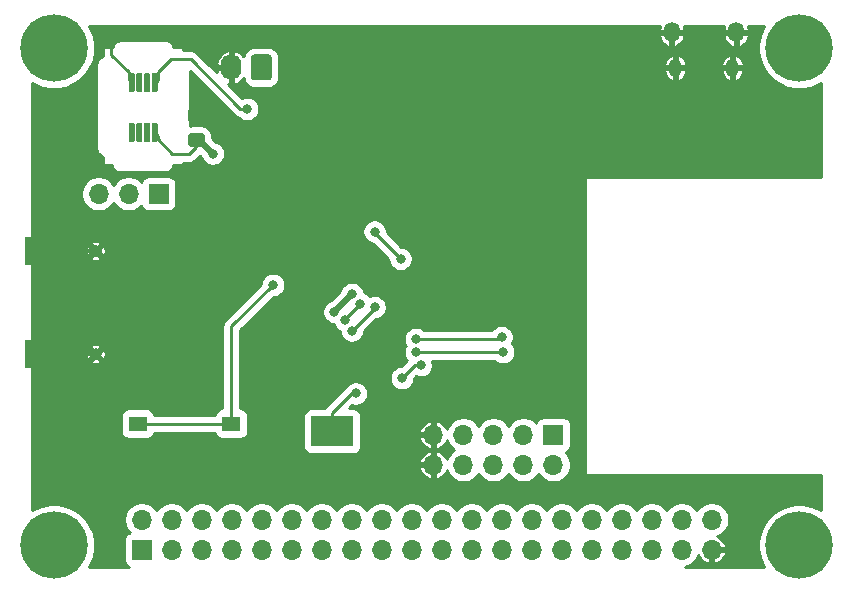
<source format=gbr>
G04 #@! TF.GenerationSoftware,KiCad,Pcbnew,5.1.5*
G04 #@! TF.CreationDate,2020-03-06T00:10:34-08:00*
G04 #@! TF.ProjectId,orangepi-neo-gps,6f72616e-6765-4706-992d-6e656f2d6770,1*
G04 #@! TF.SameCoordinates,Original*
G04 #@! TF.FileFunction,Copper,L1,Top*
G04 #@! TF.FilePolarity,Positive*
%FSLAX46Y46*%
G04 Gerber Fmt 4.6, Leading zero omitted, Abs format (unit mm)*
G04 Created by KiCad (PCBNEW 5.1.5) date 2020-03-06 00:10:34*
%MOMM*%
%LPD*%
G04 APERTURE LIST*
%ADD10R,3.600000X2.600000*%
%ADD11C,5.700000*%
%ADD12R,1.700000X1.700000*%
%ADD13O,1.700000X1.700000*%
%ADD14O,1.100000X1.500000*%
%ADD15O,1.350000X1.700000*%
%ADD16R,5.080000X2.420000*%
%ADD17C,0.970000*%
%ADD18R,0.950000X0.460000*%
%ADD19R,1.550000X1.300000*%
%ADD20C,0.100000*%
%ADD21O,1.740000X2.200000*%
%ADD22C,0.800000*%
%ADD23C,0.254000*%
%ADD24C,0.508000*%
G04 APERTURE END LIST*
D10*
X51500000Y-31100000D03*
X51500000Y-60400000D03*
D11*
X27950000Y-27950000D03*
X27950000Y-70050000D03*
X91062000Y-27950000D03*
X91062000Y-70050000D03*
D12*
X35375000Y-70422000D03*
D13*
X35375000Y-67882000D03*
X37915000Y-70422000D03*
X37915000Y-67882000D03*
X40455000Y-70422000D03*
X40455000Y-67882000D03*
X42995000Y-70422000D03*
X42995000Y-67882000D03*
X45535000Y-70422000D03*
X45535000Y-67882000D03*
X48075000Y-70422000D03*
X48075000Y-67882000D03*
X50615000Y-70422000D03*
X50615000Y-67882000D03*
X53155000Y-70422000D03*
X53155000Y-67882000D03*
X55695000Y-70422000D03*
X55695000Y-67882000D03*
X58235000Y-70422000D03*
X58235000Y-67882000D03*
X60775000Y-70422000D03*
X60775000Y-67882000D03*
X63315000Y-70422000D03*
X63315000Y-67882000D03*
X65855000Y-70422000D03*
X65855000Y-67882000D03*
X68395000Y-70422000D03*
X68395000Y-67882000D03*
X70935000Y-70422000D03*
X70935000Y-67882000D03*
X73475000Y-70422000D03*
X73475000Y-67882000D03*
X76015000Y-70422000D03*
X76015000Y-67882000D03*
X78555000Y-70422000D03*
X78555000Y-67882000D03*
X81095000Y-70422000D03*
X81095000Y-67882000D03*
X83635000Y-70422000D03*
X83635000Y-67882000D03*
D14*
X80555000Y-29635000D03*
X85395000Y-29635000D03*
D15*
X80245000Y-26635000D03*
X85705000Y-26635000D03*
D16*
X28030000Y-53880000D03*
X28030000Y-45120000D03*
D17*
X31470000Y-53880000D03*
X31470000Y-45120000D03*
D18*
X31020000Y-53880000D03*
X31020000Y-45120000D03*
D19*
X42975000Y-59750000D03*
X42975000Y-64250000D03*
X35025000Y-64250000D03*
X35025000Y-59750000D03*
G04 #@! TA.AperFunction,SMDPad,CuDef*
D20*
G36*
X36612252Y-30075602D02*
G01*
X36624386Y-30077402D01*
X36636286Y-30080382D01*
X36647835Y-30084515D01*
X36658925Y-30089760D01*
X36669446Y-30096066D01*
X36679299Y-30103374D01*
X36688388Y-30111612D01*
X36696626Y-30120701D01*
X36703934Y-30130554D01*
X36710240Y-30141075D01*
X36715485Y-30152165D01*
X36719618Y-30163714D01*
X36722598Y-30175614D01*
X36724398Y-30187748D01*
X36725000Y-30200000D01*
X36725000Y-31575000D01*
X36724398Y-31587252D01*
X36722598Y-31599386D01*
X36719618Y-31611286D01*
X36715485Y-31622835D01*
X36710240Y-31633925D01*
X36703934Y-31644446D01*
X36696626Y-31654299D01*
X36688388Y-31663388D01*
X36679299Y-31671626D01*
X36669446Y-31678934D01*
X36658925Y-31685240D01*
X36647835Y-31690485D01*
X36636286Y-31694618D01*
X36624386Y-31697598D01*
X36612252Y-31699398D01*
X36600000Y-31700000D01*
X36350000Y-31700000D01*
X36337748Y-31699398D01*
X36325614Y-31697598D01*
X36313714Y-31694618D01*
X36302165Y-31690485D01*
X36291075Y-31685240D01*
X36280554Y-31678934D01*
X36270701Y-31671626D01*
X36261612Y-31663388D01*
X36253374Y-31654299D01*
X36246066Y-31644446D01*
X36239760Y-31633925D01*
X36234515Y-31622835D01*
X36230382Y-31611286D01*
X36227402Y-31599386D01*
X36225602Y-31587252D01*
X36225000Y-31575000D01*
X36225000Y-30200000D01*
X36225602Y-30187748D01*
X36227402Y-30175614D01*
X36230382Y-30163714D01*
X36234515Y-30152165D01*
X36239760Y-30141075D01*
X36246066Y-30130554D01*
X36253374Y-30120701D01*
X36261612Y-30111612D01*
X36270701Y-30103374D01*
X36280554Y-30096066D01*
X36291075Y-30089760D01*
X36302165Y-30084515D01*
X36313714Y-30080382D01*
X36325614Y-30077402D01*
X36337748Y-30075602D01*
X36350000Y-30075000D01*
X36600000Y-30075000D01*
X36612252Y-30075602D01*
G37*
G04 #@! TD.AperFunction*
G04 #@! TA.AperFunction,SMDPad,CuDef*
G36*
X35962252Y-30075602D02*
G01*
X35974386Y-30077402D01*
X35986286Y-30080382D01*
X35997835Y-30084515D01*
X36008925Y-30089760D01*
X36019446Y-30096066D01*
X36029299Y-30103374D01*
X36038388Y-30111612D01*
X36046626Y-30120701D01*
X36053934Y-30130554D01*
X36060240Y-30141075D01*
X36065485Y-30152165D01*
X36069618Y-30163714D01*
X36072598Y-30175614D01*
X36074398Y-30187748D01*
X36075000Y-30200000D01*
X36075000Y-31575000D01*
X36074398Y-31587252D01*
X36072598Y-31599386D01*
X36069618Y-31611286D01*
X36065485Y-31622835D01*
X36060240Y-31633925D01*
X36053934Y-31644446D01*
X36046626Y-31654299D01*
X36038388Y-31663388D01*
X36029299Y-31671626D01*
X36019446Y-31678934D01*
X36008925Y-31685240D01*
X35997835Y-31690485D01*
X35986286Y-31694618D01*
X35974386Y-31697598D01*
X35962252Y-31699398D01*
X35950000Y-31700000D01*
X35700000Y-31700000D01*
X35687748Y-31699398D01*
X35675614Y-31697598D01*
X35663714Y-31694618D01*
X35652165Y-31690485D01*
X35641075Y-31685240D01*
X35630554Y-31678934D01*
X35620701Y-31671626D01*
X35611612Y-31663388D01*
X35603374Y-31654299D01*
X35596066Y-31644446D01*
X35589760Y-31633925D01*
X35584515Y-31622835D01*
X35580382Y-31611286D01*
X35577402Y-31599386D01*
X35575602Y-31587252D01*
X35575000Y-31575000D01*
X35575000Y-30200000D01*
X35575602Y-30187748D01*
X35577402Y-30175614D01*
X35580382Y-30163714D01*
X35584515Y-30152165D01*
X35589760Y-30141075D01*
X35596066Y-30130554D01*
X35603374Y-30120701D01*
X35611612Y-30111612D01*
X35620701Y-30103374D01*
X35630554Y-30096066D01*
X35641075Y-30089760D01*
X35652165Y-30084515D01*
X35663714Y-30080382D01*
X35675614Y-30077402D01*
X35687748Y-30075602D01*
X35700000Y-30075000D01*
X35950000Y-30075000D01*
X35962252Y-30075602D01*
G37*
G04 #@! TD.AperFunction*
G04 #@! TA.AperFunction,SMDPad,CuDef*
G36*
X35312252Y-30075602D02*
G01*
X35324386Y-30077402D01*
X35336286Y-30080382D01*
X35347835Y-30084515D01*
X35358925Y-30089760D01*
X35369446Y-30096066D01*
X35379299Y-30103374D01*
X35388388Y-30111612D01*
X35396626Y-30120701D01*
X35403934Y-30130554D01*
X35410240Y-30141075D01*
X35415485Y-30152165D01*
X35419618Y-30163714D01*
X35422598Y-30175614D01*
X35424398Y-30187748D01*
X35425000Y-30200000D01*
X35425000Y-31575000D01*
X35424398Y-31587252D01*
X35422598Y-31599386D01*
X35419618Y-31611286D01*
X35415485Y-31622835D01*
X35410240Y-31633925D01*
X35403934Y-31644446D01*
X35396626Y-31654299D01*
X35388388Y-31663388D01*
X35379299Y-31671626D01*
X35369446Y-31678934D01*
X35358925Y-31685240D01*
X35347835Y-31690485D01*
X35336286Y-31694618D01*
X35324386Y-31697598D01*
X35312252Y-31699398D01*
X35300000Y-31700000D01*
X35050000Y-31700000D01*
X35037748Y-31699398D01*
X35025614Y-31697598D01*
X35013714Y-31694618D01*
X35002165Y-31690485D01*
X34991075Y-31685240D01*
X34980554Y-31678934D01*
X34970701Y-31671626D01*
X34961612Y-31663388D01*
X34953374Y-31654299D01*
X34946066Y-31644446D01*
X34939760Y-31633925D01*
X34934515Y-31622835D01*
X34930382Y-31611286D01*
X34927402Y-31599386D01*
X34925602Y-31587252D01*
X34925000Y-31575000D01*
X34925000Y-30200000D01*
X34925602Y-30187748D01*
X34927402Y-30175614D01*
X34930382Y-30163714D01*
X34934515Y-30152165D01*
X34939760Y-30141075D01*
X34946066Y-30130554D01*
X34953374Y-30120701D01*
X34961612Y-30111612D01*
X34970701Y-30103374D01*
X34980554Y-30096066D01*
X34991075Y-30089760D01*
X35002165Y-30084515D01*
X35013714Y-30080382D01*
X35025614Y-30077402D01*
X35037748Y-30075602D01*
X35050000Y-30075000D01*
X35300000Y-30075000D01*
X35312252Y-30075602D01*
G37*
G04 #@! TD.AperFunction*
G04 #@! TA.AperFunction,SMDPad,CuDef*
G36*
X34662252Y-30075602D02*
G01*
X34674386Y-30077402D01*
X34686286Y-30080382D01*
X34697835Y-30084515D01*
X34708925Y-30089760D01*
X34719446Y-30096066D01*
X34729299Y-30103374D01*
X34738388Y-30111612D01*
X34746626Y-30120701D01*
X34753934Y-30130554D01*
X34760240Y-30141075D01*
X34765485Y-30152165D01*
X34769618Y-30163714D01*
X34772598Y-30175614D01*
X34774398Y-30187748D01*
X34775000Y-30200000D01*
X34775000Y-31575000D01*
X34774398Y-31587252D01*
X34772598Y-31599386D01*
X34769618Y-31611286D01*
X34765485Y-31622835D01*
X34760240Y-31633925D01*
X34753934Y-31644446D01*
X34746626Y-31654299D01*
X34738388Y-31663388D01*
X34729299Y-31671626D01*
X34719446Y-31678934D01*
X34708925Y-31685240D01*
X34697835Y-31690485D01*
X34686286Y-31694618D01*
X34674386Y-31697598D01*
X34662252Y-31699398D01*
X34650000Y-31700000D01*
X34400000Y-31700000D01*
X34387748Y-31699398D01*
X34375614Y-31697598D01*
X34363714Y-31694618D01*
X34352165Y-31690485D01*
X34341075Y-31685240D01*
X34330554Y-31678934D01*
X34320701Y-31671626D01*
X34311612Y-31663388D01*
X34303374Y-31654299D01*
X34296066Y-31644446D01*
X34289760Y-31633925D01*
X34284515Y-31622835D01*
X34280382Y-31611286D01*
X34277402Y-31599386D01*
X34275602Y-31587252D01*
X34275000Y-31575000D01*
X34275000Y-30200000D01*
X34275602Y-30187748D01*
X34277402Y-30175614D01*
X34280382Y-30163714D01*
X34284515Y-30152165D01*
X34289760Y-30141075D01*
X34296066Y-30130554D01*
X34303374Y-30120701D01*
X34311612Y-30111612D01*
X34320701Y-30103374D01*
X34330554Y-30096066D01*
X34341075Y-30089760D01*
X34352165Y-30084515D01*
X34363714Y-30080382D01*
X34375614Y-30077402D01*
X34387748Y-30075602D01*
X34400000Y-30075000D01*
X34650000Y-30075000D01*
X34662252Y-30075602D01*
G37*
G04 #@! TD.AperFunction*
G04 #@! TA.AperFunction,SMDPad,CuDef*
G36*
X34662252Y-34300602D02*
G01*
X34674386Y-34302402D01*
X34686286Y-34305382D01*
X34697835Y-34309515D01*
X34708925Y-34314760D01*
X34719446Y-34321066D01*
X34729299Y-34328374D01*
X34738388Y-34336612D01*
X34746626Y-34345701D01*
X34753934Y-34355554D01*
X34760240Y-34366075D01*
X34765485Y-34377165D01*
X34769618Y-34388714D01*
X34772598Y-34400614D01*
X34774398Y-34412748D01*
X34775000Y-34425000D01*
X34775000Y-35800000D01*
X34774398Y-35812252D01*
X34772598Y-35824386D01*
X34769618Y-35836286D01*
X34765485Y-35847835D01*
X34760240Y-35858925D01*
X34753934Y-35869446D01*
X34746626Y-35879299D01*
X34738388Y-35888388D01*
X34729299Y-35896626D01*
X34719446Y-35903934D01*
X34708925Y-35910240D01*
X34697835Y-35915485D01*
X34686286Y-35919618D01*
X34674386Y-35922598D01*
X34662252Y-35924398D01*
X34650000Y-35925000D01*
X34400000Y-35925000D01*
X34387748Y-35924398D01*
X34375614Y-35922598D01*
X34363714Y-35919618D01*
X34352165Y-35915485D01*
X34341075Y-35910240D01*
X34330554Y-35903934D01*
X34320701Y-35896626D01*
X34311612Y-35888388D01*
X34303374Y-35879299D01*
X34296066Y-35869446D01*
X34289760Y-35858925D01*
X34284515Y-35847835D01*
X34280382Y-35836286D01*
X34277402Y-35824386D01*
X34275602Y-35812252D01*
X34275000Y-35800000D01*
X34275000Y-34425000D01*
X34275602Y-34412748D01*
X34277402Y-34400614D01*
X34280382Y-34388714D01*
X34284515Y-34377165D01*
X34289760Y-34366075D01*
X34296066Y-34355554D01*
X34303374Y-34345701D01*
X34311612Y-34336612D01*
X34320701Y-34328374D01*
X34330554Y-34321066D01*
X34341075Y-34314760D01*
X34352165Y-34309515D01*
X34363714Y-34305382D01*
X34375614Y-34302402D01*
X34387748Y-34300602D01*
X34400000Y-34300000D01*
X34650000Y-34300000D01*
X34662252Y-34300602D01*
G37*
G04 #@! TD.AperFunction*
G04 #@! TA.AperFunction,SMDPad,CuDef*
G36*
X35312252Y-34300602D02*
G01*
X35324386Y-34302402D01*
X35336286Y-34305382D01*
X35347835Y-34309515D01*
X35358925Y-34314760D01*
X35369446Y-34321066D01*
X35379299Y-34328374D01*
X35388388Y-34336612D01*
X35396626Y-34345701D01*
X35403934Y-34355554D01*
X35410240Y-34366075D01*
X35415485Y-34377165D01*
X35419618Y-34388714D01*
X35422598Y-34400614D01*
X35424398Y-34412748D01*
X35425000Y-34425000D01*
X35425000Y-35800000D01*
X35424398Y-35812252D01*
X35422598Y-35824386D01*
X35419618Y-35836286D01*
X35415485Y-35847835D01*
X35410240Y-35858925D01*
X35403934Y-35869446D01*
X35396626Y-35879299D01*
X35388388Y-35888388D01*
X35379299Y-35896626D01*
X35369446Y-35903934D01*
X35358925Y-35910240D01*
X35347835Y-35915485D01*
X35336286Y-35919618D01*
X35324386Y-35922598D01*
X35312252Y-35924398D01*
X35300000Y-35925000D01*
X35050000Y-35925000D01*
X35037748Y-35924398D01*
X35025614Y-35922598D01*
X35013714Y-35919618D01*
X35002165Y-35915485D01*
X34991075Y-35910240D01*
X34980554Y-35903934D01*
X34970701Y-35896626D01*
X34961612Y-35888388D01*
X34953374Y-35879299D01*
X34946066Y-35869446D01*
X34939760Y-35858925D01*
X34934515Y-35847835D01*
X34930382Y-35836286D01*
X34927402Y-35824386D01*
X34925602Y-35812252D01*
X34925000Y-35800000D01*
X34925000Y-34425000D01*
X34925602Y-34412748D01*
X34927402Y-34400614D01*
X34930382Y-34388714D01*
X34934515Y-34377165D01*
X34939760Y-34366075D01*
X34946066Y-34355554D01*
X34953374Y-34345701D01*
X34961612Y-34336612D01*
X34970701Y-34328374D01*
X34980554Y-34321066D01*
X34991075Y-34314760D01*
X35002165Y-34309515D01*
X35013714Y-34305382D01*
X35025614Y-34302402D01*
X35037748Y-34300602D01*
X35050000Y-34300000D01*
X35300000Y-34300000D01*
X35312252Y-34300602D01*
G37*
G04 #@! TD.AperFunction*
G04 #@! TA.AperFunction,SMDPad,CuDef*
G36*
X35962252Y-34300602D02*
G01*
X35974386Y-34302402D01*
X35986286Y-34305382D01*
X35997835Y-34309515D01*
X36008925Y-34314760D01*
X36019446Y-34321066D01*
X36029299Y-34328374D01*
X36038388Y-34336612D01*
X36046626Y-34345701D01*
X36053934Y-34355554D01*
X36060240Y-34366075D01*
X36065485Y-34377165D01*
X36069618Y-34388714D01*
X36072598Y-34400614D01*
X36074398Y-34412748D01*
X36075000Y-34425000D01*
X36075000Y-35800000D01*
X36074398Y-35812252D01*
X36072598Y-35824386D01*
X36069618Y-35836286D01*
X36065485Y-35847835D01*
X36060240Y-35858925D01*
X36053934Y-35869446D01*
X36046626Y-35879299D01*
X36038388Y-35888388D01*
X36029299Y-35896626D01*
X36019446Y-35903934D01*
X36008925Y-35910240D01*
X35997835Y-35915485D01*
X35986286Y-35919618D01*
X35974386Y-35922598D01*
X35962252Y-35924398D01*
X35950000Y-35925000D01*
X35700000Y-35925000D01*
X35687748Y-35924398D01*
X35675614Y-35922598D01*
X35663714Y-35919618D01*
X35652165Y-35915485D01*
X35641075Y-35910240D01*
X35630554Y-35903934D01*
X35620701Y-35896626D01*
X35611612Y-35888388D01*
X35603374Y-35879299D01*
X35596066Y-35869446D01*
X35589760Y-35858925D01*
X35584515Y-35847835D01*
X35580382Y-35836286D01*
X35577402Y-35824386D01*
X35575602Y-35812252D01*
X35575000Y-35800000D01*
X35575000Y-34425000D01*
X35575602Y-34412748D01*
X35577402Y-34400614D01*
X35580382Y-34388714D01*
X35584515Y-34377165D01*
X35589760Y-34366075D01*
X35596066Y-34355554D01*
X35603374Y-34345701D01*
X35611612Y-34336612D01*
X35620701Y-34328374D01*
X35630554Y-34321066D01*
X35641075Y-34314760D01*
X35652165Y-34309515D01*
X35663714Y-34305382D01*
X35675614Y-34302402D01*
X35687748Y-34300602D01*
X35700000Y-34300000D01*
X35950000Y-34300000D01*
X35962252Y-34300602D01*
G37*
G04 #@! TD.AperFunction*
G04 #@! TA.AperFunction,SMDPad,CuDef*
G36*
X36612252Y-34300602D02*
G01*
X36624386Y-34302402D01*
X36636286Y-34305382D01*
X36647835Y-34309515D01*
X36658925Y-34314760D01*
X36669446Y-34321066D01*
X36679299Y-34328374D01*
X36688388Y-34336612D01*
X36696626Y-34345701D01*
X36703934Y-34355554D01*
X36710240Y-34366075D01*
X36715485Y-34377165D01*
X36719618Y-34388714D01*
X36722598Y-34400614D01*
X36724398Y-34412748D01*
X36725000Y-34425000D01*
X36725000Y-35800000D01*
X36724398Y-35812252D01*
X36722598Y-35824386D01*
X36719618Y-35836286D01*
X36715485Y-35847835D01*
X36710240Y-35858925D01*
X36703934Y-35869446D01*
X36696626Y-35879299D01*
X36688388Y-35888388D01*
X36679299Y-35896626D01*
X36669446Y-35903934D01*
X36658925Y-35910240D01*
X36647835Y-35915485D01*
X36636286Y-35919618D01*
X36624386Y-35922598D01*
X36612252Y-35924398D01*
X36600000Y-35925000D01*
X36350000Y-35925000D01*
X36337748Y-35924398D01*
X36325614Y-35922598D01*
X36313714Y-35919618D01*
X36302165Y-35915485D01*
X36291075Y-35910240D01*
X36280554Y-35903934D01*
X36270701Y-35896626D01*
X36261612Y-35888388D01*
X36253374Y-35879299D01*
X36246066Y-35869446D01*
X36239760Y-35858925D01*
X36234515Y-35847835D01*
X36230382Y-35836286D01*
X36227402Y-35824386D01*
X36225602Y-35812252D01*
X36225000Y-35800000D01*
X36225000Y-34425000D01*
X36225602Y-34412748D01*
X36227402Y-34400614D01*
X36230382Y-34388714D01*
X36234515Y-34377165D01*
X36239760Y-34366075D01*
X36246066Y-34355554D01*
X36253374Y-34345701D01*
X36261612Y-34336612D01*
X36270701Y-34328374D01*
X36280554Y-34321066D01*
X36291075Y-34314760D01*
X36302165Y-34309515D01*
X36313714Y-34305382D01*
X36325614Y-34302402D01*
X36337748Y-34300602D01*
X36350000Y-34300000D01*
X36600000Y-34300000D01*
X36612252Y-34300602D01*
G37*
G04 #@! TD.AperFunction*
G04 #@! TA.AperFunction,SMDPad,CuDef*
G36*
X40474505Y-35151204D02*
G01*
X40498773Y-35154804D01*
X40522572Y-35160765D01*
X40545671Y-35169030D01*
X40567850Y-35179520D01*
X40588893Y-35192132D01*
X40608599Y-35206747D01*
X40626777Y-35223223D01*
X40643253Y-35241401D01*
X40657868Y-35261107D01*
X40670480Y-35282150D01*
X40680970Y-35304329D01*
X40689235Y-35327428D01*
X40695196Y-35351227D01*
X40698796Y-35375495D01*
X40700000Y-35399999D01*
X40700000Y-36050001D01*
X40698796Y-36074505D01*
X40695196Y-36098773D01*
X40689235Y-36122572D01*
X40680970Y-36145671D01*
X40670480Y-36167850D01*
X40657868Y-36188893D01*
X40643253Y-36208599D01*
X40626777Y-36226777D01*
X40608599Y-36243253D01*
X40588893Y-36257868D01*
X40567850Y-36270480D01*
X40545671Y-36280970D01*
X40522572Y-36289235D01*
X40498773Y-36295196D01*
X40474505Y-36298796D01*
X40450001Y-36300000D01*
X39549999Y-36300000D01*
X39525495Y-36298796D01*
X39501227Y-36295196D01*
X39477428Y-36289235D01*
X39454329Y-36280970D01*
X39432150Y-36270480D01*
X39411107Y-36257868D01*
X39391401Y-36243253D01*
X39373223Y-36226777D01*
X39356747Y-36208599D01*
X39342132Y-36188893D01*
X39329520Y-36167850D01*
X39319030Y-36145671D01*
X39310765Y-36122572D01*
X39304804Y-36098773D01*
X39301204Y-36074505D01*
X39300000Y-36050001D01*
X39300000Y-35399999D01*
X39301204Y-35375495D01*
X39304804Y-35351227D01*
X39310765Y-35327428D01*
X39319030Y-35304329D01*
X39329520Y-35282150D01*
X39342132Y-35261107D01*
X39356747Y-35241401D01*
X39373223Y-35223223D01*
X39391401Y-35206747D01*
X39411107Y-35192132D01*
X39432150Y-35179520D01*
X39454329Y-35169030D01*
X39477428Y-35160765D01*
X39501227Y-35154804D01*
X39525495Y-35151204D01*
X39549999Y-35150000D01*
X40450001Y-35150000D01*
X40474505Y-35151204D01*
G37*
G04 #@! TD.AperFunction*
G04 #@! TA.AperFunction,SMDPad,CuDef*
G36*
X40474505Y-33101204D02*
G01*
X40498773Y-33104804D01*
X40522572Y-33110765D01*
X40545671Y-33119030D01*
X40567850Y-33129520D01*
X40588893Y-33142132D01*
X40608599Y-33156747D01*
X40626777Y-33173223D01*
X40643253Y-33191401D01*
X40657868Y-33211107D01*
X40670480Y-33232150D01*
X40680970Y-33254329D01*
X40689235Y-33277428D01*
X40695196Y-33301227D01*
X40698796Y-33325495D01*
X40700000Y-33349999D01*
X40700000Y-34000001D01*
X40698796Y-34024505D01*
X40695196Y-34048773D01*
X40689235Y-34072572D01*
X40680970Y-34095671D01*
X40670480Y-34117850D01*
X40657868Y-34138893D01*
X40643253Y-34158599D01*
X40626777Y-34176777D01*
X40608599Y-34193253D01*
X40588893Y-34207868D01*
X40567850Y-34220480D01*
X40545671Y-34230970D01*
X40522572Y-34239235D01*
X40498773Y-34245196D01*
X40474505Y-34248796D01*
X40450001Y-34250000D01*
X39549999Y-34250000D01*
X39525495Y-34248796D01*
X39501227Y-34245196D01*
X39477428Y-34239235D01*
X39454329Y-34230970D01*
X39432150Y-34220480D01*
X39411107Y-34207868D01*
X39391401Y-34193253D01*
X39373223Y-34176777D01*
X39356747Y-34158599D01*
X39342132Y-34138893D01*
X39329520Y-34117850D01*
X39319030Y-34095671D01*
X39310765Y-34072572D01*
X39304804Y-34048773D01*
X39301204Y-34024505D01*
X39300000Y-34000001D01*
X39300000Y-33349999D01*
X39301204Y-33325495D01*
X39304804Y-33301227D01*
X39310765Y-33277428D01*
X39319030Y-33254329D01*
X39329520Y-33232150D01*
X39342132Y-33211107D01*
X39356747Y-33191401D01*
X39373223Y-33173223D01*
X39391401Y-33156747D01*
X39411107Y-33142132D01*
X39432150Y-33129520D01*
X39454329Y-33119030D01*
X39477428Y-33110765D01*
X39501227Y-33104804D01*
X39525495Y-33101204D01*
X39549999Y-33100000D01*
X40450001Y-33100000D01*
X40474505Y-33101204D01*
G37*
G04 #@! TD.AperFunction*
D12*
X36800000Y-40300000D03*
D13*
X34260000Y-40300000D03*
X31720000Y-40300000D03*
G04 #@! TA.AperFunction,ComponentPad*
D20*
G36*
X46144505Y-28501204D02*
G01*
X46168773Y-28504804D01*
X46192572Y-28510765D01*
X46215671Y-28519030D01*
X46237850Y-28529520D01*
X46258893Y-28542132D01*
X46278599Y-28556747D01*
X46296777Y-28573223D01*
X46313253Y-28591401D01*
X46327868Y-28611107D01*
X46340480Y-28632150D01*
X46350970Y-28654329D01*
X46359235Y-28677428D01*
X46365196Y-28701227D01*
X46368796Y-28725495D01*
X46370000Y-28749999D01*
X46370000Y-30450001D01*
X46368796Y-30474505D01*
X46365196Y-30498773D01*
X46359235Y-30522572D01*
X46350970Y-30545671D01*
X46340480Y-30567850D01*
X46327868Y-30588893D01*
X46313253Y-30608599D01*
X46296777Y-30626777D01*
X46278599Y-30643253D01*
X46258893Y-30657868D01*
X46237850Y-30670480D01*
X46215671Y-30680970D01*
X46192572Y-30689235D01*
X46168773Y-30695196D01*
X46144505Y-30698796D01*
X46120001Y-30700000D01*
X44879999Y-30700000D01*
X44855495Y-30698796D01*
X44831227Y-30695196D01*
X44807428Y-30689235D01*
X44784329Y-30680970D01*
X44762150Y-30670480D01*
X44741107Y-30657868D01*
X44721401Y-30643253D01*
X44703223Y-30626777D01*
X44686747Y-30608599D01*
X44672132Y-30588893D01*
X44659520Y-30567850D01*
X44649030Y-30545671D01*
X44640765Y-30522572D01*
X44634804Y-30498773D01*
X44631204Y-30474505D01*
X44630000Y-30450001D01*
X44630000Y-28749999D01*
X44631204Y-28725495D01*
X44634804Y-28701227D01*
X44640765Y-28677428D01*
X44649030Y-28654329D01*
X44659520Y-28632150D01*
X44672132Y-28611107D01*
X44686747Y-28591401D01*
X44703223Y-28573223D01*
X44721401Y-28556747D01*
X44741107Y-28542132D01*
X44762150Y-28529520D01*
X44784329Y-28519030D01*
X44807428Y-28510765D01*
X44831227Y-28504804D01*
X44855495Y-28501204D01*
X44879999Y-28500000D01*
X46120001Y-28500000D01*
X46144505Y-28501204D01*
G37*
G04 #@! TD.AperFunction*
D21*
X42960000Y-29600000D03*
D12*
X70240000Y-60700000D03*
D13*
X70240000Y-63240000D03*
X67700000Y-60700000D03*
X67700000Y-63240000D03*
X65160000Y-60700000D03*
X65160000Y-63240000D03*
X62620000Y-60700000D03*
X62620000Y-63240000D03*
X60080000Y-60700000D03*
X60080000Y-63240000D03*
D22*
X69100000Y-34800000D03*
X31250000Y-50500000D03*
X32250000Y-50500000D03*
X33250000Y-50500000D03*
X34250000Y-50750000D03*
X35250000Y-50500000D03*
X36250000Y-50500000D03*
X37250000Y-50500000D03*
X38250000Y-50500000D03*
X39250000Y-50500000D03*
X40250000Y-50500000D03*
X41000000Y-50000000D03*
X41750000Y-49250000D03*
X42500000Y-48500000D03*
X43250000Y-47750000D03*
X44000000Y-47000000D03*
X44750000Y-46250000D03*
X45500000Y-45500000D03*
X31250000Y-48500000D03*
X32250000Y-48500000D03*
X35750000Y-48500000D03*
X36750000Y-48500000D03*
X37750000Y-48500000D03*
X38750000Y-48500000D03*
X39750000Y-48250000D03*
X40500000Y-47500000D03*
X41250000Y-46750000D03*
X42000000Y-46000000D03*
X42750000Y-45250000D03*
X43500000Y-44500000D03*
X44250000Y-43750000D03*
X45000000Y-43250000D03*
X46300000Y-45100000D03*
X47200000Y-45100000D03*
X45900000Y-43100000D03*
X46800000Y-43100000D03*
X47700000Y-43100000D03*
X63400000Y-57700000D03*
X67600000Y-31200000D03*
X65300000Y-30900000D03*
X32900000Y-47800000D03*
X32900000Y-46900000D03*
X32900000Y-46000000D03*
X35600000Y-47700000D03*
X59000000Y-54800000D03*
X57400000Y-55900000D03*
X53500000Y-57200000D03*
X58600000Y-52600000D03*
X65844922Y-52423682D03*
X58600000Y-53700000D03*
X65981010Y-53711108D03*
X57300000Y-45800000D03*
X55100000Y-43500000D03*
X44300000Y-33100000D03*
X41400000Y-36900000D03*
X53900000Y-49600000D03*
X52594093Y-50990900D03*
X53164212Y-51877413D03*
X55102475Y-49900002D03*
X53178628Y-48788127D03*
X51700000Y-50300000D03*
X46500000Y-48000000D03*
D23*
X42114000Y-27300000D02*
X42960000Y-28146000D01*
X34275000Y-30637500D02*
X34275000Y-29999184D01*
X34525000Y-30887500D02*
X34275000Y-30637500D01*
X34275000Y-29999184D02*
X32800000Y-28524184D01*
X42960000Y-28146000D02*
X42960000Y-29500000D01*
X32800000Y-28524184D02*
X32800000Y-27600000D01*
X32800000Y-27600000D02*
X33100000Y-27300000D01*
X33100000Y-27300000D02*
X42114000Y-27300000D01*
X59000000Y-54800000D02*
X58500000Y-54800000D01*
X58500000Y-54800000D02*
X57400000Y-55900000D01*
X51500000Y-60400000D02*
X51500000Y-58846000D01*
X53146000Y-57200000D02*
X53500000Y-57200000D01*
X51500000Y-58846000D02*
X53146000Y-57200000D01*
X65668604Y-52600000D02*
X65844922Y-52423682D01*
X58600000Y-52600000D02*
X65668604Y-52600000D01*
X65969902Y-53700000D02*
X65981010Y-53711108D01*
X58600000Y-53700000D02*
X65969902Y-53700000D01*
X57300000Y-45800000D02*
X55100000Y-43600000D01*
X55100000Y-43600000D02*
X55100000Y-43500000D01*
X36725000Y-30637500D02*
X36475000Y-30887500D01*
X36725000Y-30000816D02*
X36725000Y-30637500D01*
X37831826Y-28893990D02*
X36725000Y-30000816D01*
X44300000Y-33100000D02*
X43734315Y-33100000D01*
X39528305Y-28893990D02*
X37831826Y-28893990D01*
X43734315Y-33100000D02*
X39528305Y-28893990D01*
X36475000Y-35112500D02*
X36725000Y-35362500D01*
X36725000Y-35699184D02*
X37925816Y-36900000D01*
X36725000Y-35362500D02*
X36725000Y-35699184D01*
X40000000Y-36300000D02*
X40000000Y-35725000D01*
X37925816Y-36900000D02*
X39400000Y-36900000D01*
X39400000Y-36900000D02*
X40000000Y-36300000D01*
D24*
X40225000Y-35725000D02*
X41400000Y-36900000D01*
X40000000Y-35725000D02*
X40225000Y-35725000D01*
D23*
X52594093Y-50905907D02*
X52594093Y-50990900D01*
X53900000Y-49600000D02*
X52594093Y-50905907D01*
X55102475Y-49939150D02*
X55102475Y-49900002D01*
X53164212Y-51877413D02*
X55102475Y-49939150D01*
D24*
X53178628Y-48788127D02*
X51700000Y-50266755D01*
X51700000Y-50266755D02*
X51700000Y-50300000D01*
D23*
X36054000Y-59750000D02*
X42975000Y-59750000D01*
X35025000Y-59750000D02*
X36054000Y-59750000D01*
X42975000Y-59750000D02*
X42975000Y-51525000D01*
X42975000Y-51525000D02*
X46500000Y-48000000D01*
G36*
X79234955Y-26138537D02*
G01*
X79191648Y-26341764D01*
X79281370Y-26508000D01*
X80118000Y-26508000D01*
X80118000Y-26488000D01*
X80372000Y-26488000D01*
X80372000Y-26508000D01*
X81208630Y-26508000D01*
X81298352Y-26341764D01*
X81255045Y-26138537D01*
X81250081Y-26127000D01*
X84699919Y-26127000D01*
X84694955Y-26138537D01*
X84651648Y-26341764D01*
X84741370Y-26508000D01*
X85578000Y-26508000D01*
X85578000Y-26488000D01*
X85832000Y-26488000D01*
X85832000Y-26508000D01*
X86668630Y-26508000D01*
X86758352Y-26341764D01*
X86715045Y-26138537D01*
X86710081Y-26127000D01*
X88088716Y-26127000D01*
X87973633Y-26299234D01*
X87710927Y-26933463D01*
X87577000Y-27606758D01*
X87577000Y-28293242D01*
X87710927Y-28966537D01*
X87973633Y-29600766D01*
X88355024Y-30171558D01*
X88840442Y-30656976D01*
X89411234Y-31038367D01*
X90045463Y-31301073D01*
X90718758Y-31435000D01*
X91405242Y-31435000D01*
X92078537Y-31301073D01*
X92712766Y-31038367D01*
X92873000Y-30931302D01*
X92873000Y-38873000D01*
X73000000Y-38873000D01*
X72975224Y-38875440D01*
X72951399Y-38882667D01*
X72929443Y-38894403D01*
X72910197Y-38910197D01*
X72894403Y-38929443D01*
X72882667Y-38951399D01*
X72875440Y-38975224D01*
X72873000Y-39000000D01*
X72873000Y-64000000D01*
X72875440Y-64024776D01*
X72882667Y-64048601D01*
X72894403Y-64070557D01*
X72910197Y-64089803D01*
X72929443Y-64105597D01*
X72951399Y-64117333D01*
X72975224Y-64124560D01*
X73000000Y-64127000D01*
X92873000Y-64127000D01*
X92873000Y-67068698D01*
X92712766Y-66961633D01*
X92078537Y-66698927D01*
X91405242Y-66565000D01*
X90718758Y-66565000D01*
X90045463Y-66698927D01*
X89411234Y-66961633D01*
X88840442Y-67343024D01*
X88355024Y-67828442D01*
X87973633Y-68399234D01*
X87710927Y-69033463D01*
X87577000Y-69706758D01*
X87577000Y-70393242D01*
X87710927Y-71066537D01*
X87973633Y-71700766D01*
X88088716Y-71873000D01*
X81412188Y-71873000D01*
X81528158Y-71849932D01*
X81798411Y-71737990D01*
X82041632Y-71575475D01*
X82248475Y-71368632D01*
X82410990Y-71125411D01*
X82505145Y-70898100D01*
X82530201Y-70964949D01*
X82657353Y-71170052D01*
X82822076Y-71346408D01*
X83018039Y-71487239D01*
X83237712Y-71587134D01*
X83318020Y-71611489D01*
X83508000Y-71550627D01*
X83508000Y-70549000D01*
X83762000Y-70549000D01*
X83762000Y-71550627D01*
X83951980Y-71611489D01*
X84032288Y-71587134D01*
X84251961Y-71487239D01*
X84447924Y-71346408D01*
X84612647Y-71170052D01*
X84739799Y-70964949D01*
X84824495Y-70738981D01*
X84764187Y-70549000D01*
X83762000Y-70549000D01*
X83508000Y-70549000D01*
X83488000Y-70549000D01*
X83488000Y-70295000D01*
X83508000Y-70295000D01*
X83508000Y-70275000D01*
X83762000Y-70275000D01*
X83762000Y-70295000D01*
X84764187Y-70295000D01*
X84824495Y-70105019D01*
X84739799Y-69879051D01*
X84612647Y-69673948D01*
X84447924Y-69497592D01*
X84251961Y-69356761D01*
X84110455Y-69292412D01*
X84338411Y-69197990D01*
X84581632Y-69035475D01*
X84788475Y-68828632D01*
X84950990Y-68585411D01*
X85062932Y-68315158D01*
X85120000Y-68028260D01*
X85120000Y-67735740D01*
X85062932Y-67448842D01*
X84950990Y-67178589D01*
X84788475Y-66935368D01*
X84581632Y-66728525D01*
X84338411Y-66566010D01*
X84068158Y-66454068D01*
X83781260Y-66397000D01*
X83488740Y-66397000D01*
X83201842Y-66454068D01*
X82931589Y-66566010D01*
X82688368Y-66728525D01*
X82481525Y-66935368D01*
X82365000Y-67109760D01*
X82248475Y-66935368D01*
X82041632Y-66728525D01*
X81798411Y-66566010D01*
X81528158Y-66454068D01*
X81241260Y-66397000D01*
X80948740Y-66397000D01*
X80661842Y-66454068D01*
X80391589Y-66566010D01*
X80148368Y-66728525D01*
X79941525Y-66935368D01*
X79825000Y-67109760D01*
X79708475Y-66935368D01*
X79501632Y-66728525D01*
X79258411Y-66566010D01*
X78988158Y-66454068D01*
X78701260Y-66397000D01*
X78408740Y-66397000D01*
X78121842Y-66454068D01*
X77851589Y-66566010D01*
X77608368Y-66728525D01*
X77401525Y-66935368D01*
X77285000Y-67109760D01*
X77168475Y-66935368D01*
X76961632Y-66728525D01*
X76718411Y-66566010D01*
X76448158Y-66454068D01*
X76161260Y-66397000D01*
X75868740Y-66397000D01*
X75581842Y-66454068D01*
X75311589Y-66566010D01*
X75068368Y-66728525D01*
X74861525Y-66935368D01*
X74745000Y-67109760D01*
X74628475Y-66935368D01*
X74421632Y-66728525D01*
X74178411Y-66566010D01*
X73908158Y-66454068D01*
X73621260Y-66397000D01*
X73328740Y-66397000D01*
X73041842Y-66454068D01*
X72771589Y-66566010D01*
X72528368Y-66728525D01*
X72321525Y-66935368D01*
X72205000Y-67109760D01*
X72088475Y-66935368D01*
X71881632Y-66728525D01*
X71638411Y-66566010D01*
X71368158Y-66454068D01*
X71081260Y-66397000D01*
X70788740Y-66397000D01*
X70501842Y-66454068D01*
X70231589Y-66566010D01*
X69988368Y-66728525D01*
X69781525Y-66935368D01*
X69665000Y-67109760D01*
X69548475Y-66935368D01*
X69341632Y-66728525D01*
X69098411Y-66566010D01*
X68828158Y-66454068D01*
X68541260Y-66397000D01*
X68248740Y-66397000D01*
X67961842Y-66454068D01*
X67691589Y-66566010D01*
X67448368Y-66728525D01*
X67241525Y-66935368D01*
X67125000Y-67109760D01*
X67008475Y-66935368D01*
X66801632Y-66728525D01*
X66558411Y-66566010D01*
X66288158Y-66454068D01*
X66001260Y-66397000D01*
X65708740Y-66397000D01*
X65421842Y-66454068D01*
X65151589Y-66566010D01*
X64908368Y-66728525D01*
X64701525Y-66935368D01*
X64585000Y-67109760D01*
X64468475Y-66935368D01*
X64261632Y-66728525D01*
X64018411Y-66566010D01*
X63748158Y-66454068D01*
X63461260Y-66397000D01*
X63168740Y-66397000D01*
X62881842Y-66454068D01*
X62611589Y-66566010D01*
X62368368Y-66728525D01*
X62161525Y-66935368D01*
X62045000Y-67109760D01*
X61928475Y-66935368D01*
X61721632Y-66728525D01*
X61478411Y-66566010D01*
X61208158Y-66454068D01*
X60921260Y-66397000D01*
X60628740Y-66397000D01*
X60341842Y-66454068D01*
X60071589Y-66566010D01*
X59828368Y-66728525D01*
X59621525Y-66935368D01*
X59505000Y-67109760D01*
X59388475Y-66935368D01*
X59181632Y-66728525D01*
X58938411Y-66566010D01*
X58668158Y-66454068D01*
X58381260Y-66397000D01*
X58088740Y-66397000D01*
X57801842Y-66454068D01*
X57531589Y-66566010D01*
X57288368Y-66728525D01*
X57081525Y-66935368D01*
X56965000Y-67109760D01*
X56848475Y-66935368D01*
X56641632Y-66728525D01*
X56398411Y-66566010D01*
X56128158Y-66454068D01*
X55841260Y-66397000D01*
X55548740Y-66397000D01*
X55261842Y-66454068D01*
X54991589Y-66566010D01*
X54748368Y-66728525D01*
X54541525Y-66935368D01*
X54425000Y-67109760D01*
X54308475Y-66935368D01*
X54101632Y-66728525D01*
X53858411Y-66566010D01*
X53588158Y-66454068D01*
X53301260Y-66397000D01*
X53008740Y-66397000D01*
X52721842Y-66454068D01*
X52451589Y-66566010D01*
X52208368Y-66728525D01*
X52001525Y-66935368D01*
X51885000Y-67109760D01*
X51768475Y-66935368D01*
X51561632Y-66728525D01*
X51318411Y-66566010D01*
X51048158Y-66454068D01*
X50761260Y-66397000D01*
X50468740Y-66397000D01*
X50181842Y-66454068D01*
X49911589Y-66566010D01*
X49668368Y-66728525D01*
X49461525Y-66935368D01*
X49345000Y-67109760D01*
X49228475Y-66935368D01*
X49021632Y-66728525D01*
X48778411Y-66566010D01*
X48508158Y-66454068D01*
X48221260Y-66397000D01*
X47928740Y-66397000D01*
X47641842Y-66454068D01*
X47371589Y-66566010D01*
X47128368Y-66728525D01*
X46921525Y-66935368D01*
X46805000Y-67109760D01*
X46688475Y-66935368D01*
X46481632Y-66728525D01*
X46238411Y-66566010D01*
X45968158Y-66454068D01*
X45681260Y-66397000D01*
X45388740Y-66397000D01*
X45101842Y-66454068D01*
X44831589Y-66566010D01*
X44588368Y-66728525D01*
X44381525Y-66935368D01*
X44265000Y-67109760D01*
X44148475Y-66935368D01*
X43941632Y-66728525D01*
X43698411Y-66566010D01*
X43428158Y-66454068D01*
X43141260Y-66397000D01*
X42848740Y-66397000D01*
X42561842Y-66454068D01*
X42291589Y-66566010D01*
X42048368Y-66728525D01*
X41841525Y-66935368D01*
X41725000Y-67109760D01*
X41608475Y-66935368D01*
X41401632Y-66728525D01*
X41158411Y-66566010D01*
X40888158Y-66454068D01*
X40601260Y-66397000D01*
X40308740Y-66397000D01*
X40021842Y-66454068D01*
X39751589Y-66566010D01*
X39508368Y-66728525D01*
X39301525Y-66935368D01*
X39185000Y-67109760D01*
X39068475Y-66935368D01*
X38861632Y-66728525D01*
X38618411Y-66566010D01*
X38348158Y-66454068D01*
X38061260Y-66397000D01*
X37768740Y-66397000D01*
X37481842Y-66454068D01*
X37211589Y-66566010D01*
X36968368Y-66728525D01*
X36761525Y-66935368D01*
X36645000Y-67109760D01*
X36528475Y-66935368D01*
X36321632Y-66728525D01*
X36078411Y-66566010D01*
X35808158Y-66454068D01*
X35521260Y-66397000D01*
X35228740Y-66397000D01*
X34941842Y-66454068D01*
X34671589Y-66566010D01*
X34428368Y-66728525D01*
X34221525Y-66935368D01*
X34059010Y-67178589D01*
X33947068Y-67448842D01*
X33890000Y-67735740D01*
X33890000Y-68028260D01*
X33947068Y-68315158D01*
X34059010Y-68585411D01*
X34221525Y-68828632D01*
X34353380Y-68960487D01*
X34280820Y-68982498D01*
X34170506Y-69041463D01*
X34073815Y-69120815D01*
X33994463Y-69217506D01*
X33935498Y-69327820D01*
X33899188Y-69447518D01*
X33886928Y-69572000D01*
X33886928Y-71272000D01*
X33899188Y-71396482D01*
X33935498Y-71516180D01*
X33994463Y-71626494D01*
X34073815Y-71723185D01*
X34170506Y-71802537D01*
X34280820Y-71861502D01*
X34318724Y-71873000D01*
X30923284Y-71873000D01*
X31038367Y-71700766D01*
X31301073Y-71066537D01*
X31435000Y-70393242D01*
X31435000Y-69706758D01*
X31301073Y-69033463D01*
X31038367Y-68399234D01*
X30656976Y-67828442D01*
X30171558Y-67343024D01*
X29600766Y-66961633D01*
X28966537Y-66698927D01*
X28293242Y-66565000D01*
X27606758Y-66565000D01*
X26933463Y-66698927D01*
X26299234Y-66961633D01*
X26127000Y-67076716D01*
X26127000Y-63556981D01*
X58890505Y-63556981D01*
X58975201Y-63782949D01*
X59102353Y-63988052D01*
X59267076Y-64164408D01*
X59463039Y-64305239D01*
X59682712Y-64405134D01*
X59763020Y-64429489D01*
X59953000Y-64368627D01*
X59953000Y-63367000D01*
X58950813Y-63367000D01*
X58890505Y-63556981D01*
X26127000Y-63556981D01*
X26127000Y-62923019D01*
X58890505Y-62923019D01*
X58950813Y-63113000D01*
X59953000Y-63113000D01*
X59953000Y-62111373D01*
X59763020Y-62050511D01*
X59682712Y-62074866D01*
X59463039Y-62174761D01*
X59267076Y-62315592D01*
X59102353Y-62491948D01*
X58975201Y-62697051D01*
X58890505Y-62923019D01*
X26127000Y-62923019D01*
X26127000Y-59100000D01*
X33611928Y-59100000D01*
X33611928Y-60400000D01*
X33624188Y-60524482D01*
X33660498Y-60644180D01*
X33719463Y-60754494D01*
X33798815Y-60851185D01*
X33895506Y-60930537D01*
X34005820Y-60989502D01*
X34125518Y-61025812D01*
X34250000Y-61038072D01*
X35800000Y-61038072D01*
X35924482Y-61025812D01*
X36044180Y-60989502D01*
X36154494Y-60930537D01*
X36251185Y-60851185D01*
X36330537Y-60754494D01*
X36389502Y-60644180D01*
X36425812Y-60524482D01*
X36427041Y-60512000D01*
X41572959Y-60512000D01*
X41574188Y-60524482D01*
X41610498Y-60644180D01*
X41669463Y-60754494D01*
X41748815Y-60851185D01*
X41845506Y-60930537D01*
X41955820Y-60989502D01*
X42075518Y-61025812D01*
X42200000Y-61038072D01*
X43750000Y-61038072D01*
X43874482Y-61025812D01*
X43994180Y-60989502D01*
X44104494Y-60930537D01*
X44201185Y-60851185D01*
X44280537Y-60754494D01*
X44339502Y-60644180D01*
X44375812Y-60524482D01*
X44388072Y-60400000D01*
X44388072Y-59100000D01*
X49061928Y-59100000D01*
X49061928Y-61700000D01*
X49074188Y-61824482D01*
X49110498Y-61944180D01*
X49169463Y-62054494D01*
X49248815Y-62151185D01*
X49345506Y-62230537D01*
X49455820Y-62289502D01*
X49575518Y-62325812D01*
X49700000Y-62338072D01*
X53300000Y-62338072D01*
X53424482Y-62325812D01*
X53544180Y-62289502D01*
X53654494Y-62230537D01*
X53751185Y-62151185D01*
X53830537Y-62054494D01*
X53889502Y-61944180D01*
X53925812Y-61824482D01*
X53938072Y-61700000D01*
X53938072Y-61016981D01*
X58890505Y-61016981D01*
X58975201Y-61242949D01*
X59102353Y-61448052D01*
X59267076Y-61624408D01*
X59463039Y-61765239D01*
X59682712Y-61865134D01*
X59763020Y-61889489D01*
X59953000Y-61828627D01*
X59953000Y-60827000D01*
X58950813Y-60827000D01*
X58890505Y-61016981D01*
X53938072Y-61016981D01*
X53938072Y-60383019D01*
X58890505Y-60383019D01*
X58950813Y-60573000D01*
X59953000Y-60573000D01*
X59953000Y-59571373D01*
X60207000Y-59571373D01*
X60207000Y-60573000D01*
X60227000Y-60573000D01*
X60227000Y-60827000D01*
X60207000Y-60827000D01*
X60207000Y-61828627D01*
X60396980Y-61889489D01*
X60477288Y-61865134D01*
X60696961Y-61765239D01*
X60892924Y-61624408D01*
X61057647Y-61448052D01*
X61184799Y-61242949D01*
X61209855Y-61176100D01*
X61304010Y-61403411D01*
X61466525Y-61646632D01*
X61673368Y-61853475D01*
X61847760Y-61970000D01*
X61673368Y-62086525D01*
X61466525Y-62293368D01*
X61304010Y-62536589D01*
X61209855Y-62763900D01*
X61184799Y-62697051D01*
X61057647Y-62491948D01*
X60892924Y-62315592D01*
X60696961Y-62174761D01*
X60477288Y-62074866D01*
X60396980Y-62050511D01*
X60207000Y-62111373D01*
X60207000Y-63113000D01*
X60227000Y-63113000D01*
X60227000Y-63367000D01*
X60207000Y-63367000D01*
X60207000Y-64368627D01*
X60396980Y-64429489D01*
X60477288Y-64405134D01*
X60696961Y-64305239D01*
X60892924Y-64164408D01*
X61057647Y-63988052D01*
X61184799Y-63782949D01*
X61209855Y-63716100D01*
X61304010Y-63943411D01*
X61466525Y-64186632D01*
X61673368Y-64393475D01*
X61916589Y-64555990D01*
X62186842Y-64667932D01*
X62473740Y-64725000D01*
X62766260Y-64725000D01*
X63053158Y-64667932D01*
X63323411Y-64555990D01*
X63566632Y-64393475D01*
X63773475Y-64186632D01*
X63890000Y-64012240D01*
X64006525Y-64186632D01*
X64213368Y-64393475D01*
X64456589Y-64555990D01*
X64726842Y-64667932D01*
X65013740Y-64725000D01*
X65306260Y-64725000D01*
X65593158Y-64667932D01*
X65863411Y-64555990D01*
X66106632Y-64393475D01*
X66313475Y-64186632D01*
X66430000Y-64012240D01*
X66546525Y-64186632D01*
X66753368Y-64393475D01*
X66996589Y-64555990D01*
X67266842Y-64667932D01*
X67553740Y-64725000D01*
X67846260Y-64725000D01*
X68133158Y-64667932D01*
X68403411Y-64555990D01*
X68646632Y-64393475D01*
X68853475Y-64186632D01*
X68970000Y-64012240D01*
X69086525Y-64186632D01*
X69293368Y-64393475D01*
X69536589Y-64555990D01*
X69806842Y-64667932D01*
X70093740Y-64725000D01*
X70386260Y-64725000D01*
X70673158Y-64667932D01*
X70943411Y-64555990D01*
X71186632Y-64393475D01*
X71393475Y-64186632D01*
X71555990Y-63943411D01*
X71667932Y-63673158D01*
X71725000Y-63386260D01*
X71725000Y-63093740D01*
X71667932Y-62806842D01*
X71555990Y-62536589D01*
X71393475Y-62293368D01*
X71261620Y-62161513D01*
X71334180Y-62139502D01*
X71444494Y-62080537D01*
X71541185Y-62001185D01*
X71620537Y-61904494D01*
X71679502Y-61794180D01*
X71715812Y-61674482D01*
X71728072Y-61550000D01*
X71728072Y-59850000D01*
X71715812Y-59725518D01*
X71679502Y-59605820D01*
X71620537Y-59495506D01*
X71541185Y-59398815D01*
X71444494Y-59319463D01*
X71334180Y-59260498D01*
X71214482Y-59224188D01*
X71090000Y-59211928D01*
X69390000Y-59211928D01*
X69265518Y-59224188D01*
X69145820Y-59260498D01*
X69035506Y-59319463D01*
X68938815Y-59398815D01*
X68859463Y-59495506D01*
X68800498Y-59605820D01*
X68778487Y-59678380D01*
X68646632Y-59546525D01*
X68403411Y-59384010D01*
X68133158Y-59272068D01*
X67846260Y-59215000D01*
X67553740Y-59215000D01*
X67266842Y-59272068D01*
X66996589Y-59384010D01*
X66753368Y-59546525D01*
X66546525Y-59753368D01*
X66430000Y-59927760D01*
X66313475Y-59753368D01*
X66106632Y-59546525D01*
X65863411Y-59384010D01*
X65593158Y-59272068D01*
X65306260Y-59215000D01*
X65013740Y-59215000D01*
X64726842Y-59272068D01*
X64456589Y-59384010D01*
X64213368Y-59546525D01*
X64006525Y-59753368D01*
X63890000Y-59927760D01*
X63773475Y-59753368D01*
X63566632Y-59546525D01*
X63323411Y-59384010D01*
X63053158Y-59272068D01*
X62766260Y-59215000D01*
X62473740Y-59215000D01*
X62186842Y-59272068D01*
X61916589Y-59384010D01*
X61673368Y-59546525D01*
X61466525Y-59753368D01*
X61304010Y-59996589D01*
X61209855Y-60223900D01*
X61184799Y-60157051D01*
X61057647Y-59951948D01*
X60892924Y-59775592D01*
X60696961Y-59634761D01*
X60477288Y-59534866D01*
X60396980Y-59510511D01*
X60207000Y-59571373D01*
X59953000Y-59571373D01*
X59763020Y-59510511D01*
X59682712Y-59534866D01*
X59463039Y-59634761D01*
X59267076Y-59775592D01*
X59102353Y-59951948D01*
X58975201Y-60157051D01*
X58890505Y-60383019D01*
X53938072Y-60383019D01*
X53938072Y-59100000D01*
X53925812Y-58975518D01*
X53889502Y-58855820D01*
X53830537Y-58745506D01*
X53751185Y-58648815D01*
X53654494Y-58569463D01*
X53544180Y-58510498D01*
X53424482Y-58474188D01*
X53300000Y-58461928D01*
X52961702Y-58461928D01*
X53223377Y-58200253D01*
X53398061Y-58235000D01*
X53601939Y-58235000D01*
X53801898Y-58195226D01*
X53990256Y-58117205D01*
X54159774Y-58003937D01*
X54303937Y-57859774D01*
X54417205Y-57690256D01*
X54495226Y-57501898D01*
X54535000Y-57301939D01*
X54535000Y-57098061D01*
X54495226Y-56898102D01*
X54417205Y-56709744D01*
X54303937Y-56540226D01*
X54159774Y-56396063D01*
X53990256Y-56282795D01*
X53801898Y-56204774D01*
X53601939Y-56165000D01*
X53398061Y-56165000D01*
X53198102Y-56204774D01*
X53009744Y-56282795D01*
X52840226Y-56396063D01*
X52696063Y-56540226D01*
X52632044Y-56636037D01*
X52604578Y-56658578D01*
X52580716Y-56687654D01*
X50987649Y-58280721D01*
X50958579Y-58304578D01*
X50934722Y-58333648D01*
X50934721Y-58333649D01*
X50863355Y-58420608D01*
X50841269Y-58461928D01*
X49700000Y-58461928D01*
X49575518Y-58474188D01*
X49455820Y-58510498D01*
X49345506Y-58569463D01*
X49248815Y-58648815D01*
X49169463Y-58745506D01*
X49110498Y-58855820D01*
X49074188Y-58975518D01*
X49061928Y-59100000D01*
X44388072Y-59100000D01*
X44375812Y-58975518D01*
X44339502Y-58855820D01*
X44280537Y-58745506D01*
X44201185Y-58648815D01*
X44104494Y-58569463D01*
X43994180Y-58510498D01*
X43874482Y-58474188D01*
X43750000Y-58461928D01*
X43737000Y-58461928D01*
X43737000Y-55798061D01*
X56365000Y-55798061D01*
X56365000Y-56001939D01*
X56404774Y-56201898D01*
X56482795Y-56390256D01*
X56596063Y-56559774D01*
X56740226Y-56703937D01*
X56909744Y-56817205D01*
X57098102Y-56895226D01*
X57298061Y-56935000D01*
X57501939Y-56935000D01*
X57701898Y-56895226D01*
X57890256Y-56817205D01*
X58059774Y-56703937D01*
X58203937Y-56559774D01*
X58317205Y-56390256D01*
X58395226Y-56201898D01*
X58435000Y-56001939D01*
X58435000Y-55942630D01*
X58616292Y-55761339D01*
X58698102Y-55795226D01*
X58898061Y-55835000D01*
X59101939Y-55835000D01*
X59301898Y-55795226D01*
X59490256Y-55717205D01*
X59659774Y-55603937D01*
X59803937Y-55459774D01*
X59917205Y-55290256D01*
X59995226Y-55101898D01*
X60035000Y-54901939D01*
X60035000Y-54698061D01*
X59995226Y-54498102D01*
X59980272Y-54462000D01*
X65268191Y-54462000D01*
X65321236Y-54515045D01*
X65490754Y-54628313D01*
X65679112Y-54706334D01*
X65879071Y-54746108D01*
X66082949Y-54746108D01*
X66282908Y-54706334D01*
X66471266Y-54628313D01*
X66640784Y-54515045D01*
X66784947Y-54370882D01*
X66898215Y-54201364D01*
X66976236Y-54013006D01*
X67016010Y-53813047D01*
X67016010Y-53609169D01*
X66976236Y-53409210D01*
X66898215Y-53220852D01*
X66784947Y-53051334D01*
X66716234Y-52982621D01*
X66762127Y-52913938D01*
X66840148Y-52725580D01*
X66879922Y-52525621D01*
X66879922Y-52321743D01*
X66840148Y-52121784D01*
X66762127Y-51933426D01*
X66648859Y-51763908D01*
X66504696Y-51619745D01*
X66335178Y-51506477D01*
X66146820Y-51428456D01*
X65946861Y-51388682D01*
X65742983Y-51388682D01*
X65543024Y-51428456D01*
X65354666Y-51506477D01*
X65185148Y-51619745D01*
X65040985Y-51763908D01*
X64991478Y-51838000D01*
X59301711Y-51838000D01*
X59259774Y-51796063D01*
X59090256Y-51682795D01*
X58901898Y-51604774D01*
X58701939Y-51565000D01*
X58498061Y-51565000D01*
X58298102Y-51604774D01*
X58109744Y-51682795D01*
X57940226Y-51796063D01*
X57796063Y-51940226D01*
X57682795Y-52109744D01*
X57604774Y-52298102D01*
X57565000Y-52498061D01*
X57565000Y-52701939D01*
X57604774Y-52901898D01*
X57682795Y-53090256D01*
X57722715Y-53150000D01*
X57682795Y-53209744D01*
X57604774Y-53398102D01*
X57565000Y-53598061D01*
X57565000Y-53801939D01*
X57604774Y-54001898D01*
X57682795Y-54190256D01*
X57796063Y-54359774D01*
X57829329Y-54393040D01*
X57357370Y-54865000D01*
X57298061Y-54865000D01*
X57098102Y-54904774D01*
X56909744Y-54982795D01*
X56740226Y-55096063D01*
X56596063Y-55240226D01*
X56482795Y-55409744D01*
X56404774Y-55598102D01*
X56365000Y-55798061D01*
X43737000Y-55798061D01*
X43737000Y-51840630D01*
X45379569Y-50198061D01*
X50665000Y-50198061D01*
X50665000Y-50401939D01*
X50704774Y-50601898D01*
X50782795Y-50790256D01*
X50896063Y-50959774D01*
X51040226Y-51103937D01*
X51209744Y-51217205D01*
X51398102Y-51295226D01*
X51598061Y-51335000D01*
X51616348Y-51335000D01*
X51676888Y-51481156D01*
X51790156Y-51650674D01*
X51934319Y-51794837D01*
X52103837Y-51908105D01*
X52129212Y-51918616D01*
X52129212Y-51979352D01*
X52168986Y-52179311D01*
X52247007Y-52367669D01*
X52360275Y-52537187D01*
X52504438Y-52681350D01*
X52673956Y-52794618D01*
X52862314Y-52872639D01*
X53062273Y-52912413D01*
X53266151Y-52912413D01*
X53466110Y-52872639D01*
X53654468Y-52794618D01*
X53823986Y-52681350D01*
X53968149Y-52537187D01*
X54081417Y-52367669D01*
X54159438Y-52179311D01*
X54199212Y-51979352D01*
X54199212Y-51920043D01*
X55184254Y-50935002D01*
X55204414Y-50935002D01*
X55404373Y-50895228D01*
X55592731Y-50817207D01*
X55762249Y-50703939D01*
X55906412Y-50559776D01*
X56019680Y-50390258D01*
X56097701Y-50201900D01*
X56137475Y-50001941D01*
X56137475Y-49798063D01*
X56097701Y-49598104D01*
X56019680Y-49409746D01*
X55906412Y-49240228D01*
X55762249Y-49096065D01*
X55592731Y-48982797D01*
X55404373Y-48904776D01*
X55204414Y-48865002D01*
X55000536Y-48865002D01*
X54800577Y-48904776D01*
X54706334Y-48943813D01*
X54703937Y-48940226D01*
X54559774Y-48796063D01*
X54390256Y-48682795D01*
X54201898Y-48604774D01*
X54197250Y-48603849D01*
X54173854Y-48486229D01*
X54095833Y-48297871D01*
X53982565Y-48128353D01*
X53838402Y-47984190D01*
X53668884Y-47870922D01*
X53480526Y-47792901D01*
X53280567Y-47753127D01*
X53076689Y-47753127D01*
X52876730Y-47792901D01*
X52688372Y-47870922D01*
X52518854Y-47984190D01*
X52374691Y-48128353D01*
X52261423Y-48297871D01*
X52183402Y-48486229D01*
X52173498Y-48536022D01*
X51406395Y-49303124D01*
X51398102Y-49304774D01*
X51209744Y-49382795D01*
X51040226Y-49496063D01*
X50896063Y-49640226D01*
X50782795Y-49809744D01*
X50704774Y-49998102D01*
X50665000Y-50198061D01*
X45379569Y-50198061D01*
X46542631Y-49035000D01*
X46601939Y-49035000D01*
X46801898Y-48995226D01*
X46990256Y-48917205D01*
X47159774Y-48803937D01*
X47303937Y-48659774D01*
X47417205Y-48490256D01*
X47495226Y-48301898D01*
X47535000Y-48101939D01*
X47535000Y-47898061D01*
X47495226Y-47698102D01*
X47417205Y-47509744D01*
X47303937Y-47340226D01*
X47159774Y-47196063D01*
X46990256Y-47082795D01*
X46801898Y-47004774D01*
X46601939Y-46965000D01*
X46398061Y-46965000D01*
X46198102Y-47004774D01*
X46009744Y-47082795D01*
X45840226Y-47196063D01*
X45696063Y-47340226D01*
X45582795Y-47509744D01*
X45504774Y-47698102D01*
X45465000Y-47898061D01*
X45465000Y-47957369D01*
X42462649Y-50959721D01*
X42433579Y-50983578D01*
X42409722Y-51012648D01*
X42409721Y-51012649D01*
X42338355Y-51099608D01*
X42267599Y-51231985D01*
X42224027Y-51375622D01*
X42209314Y-51525000D01*
X42213001Y-51562433D01*
X42213000Y-58461928D01*
X42200000Y-58461928D01*
X42075518Y-58474188D01*
X41955820Y-58510498D01*
X41845506Y-58569463D01*
X41748815Y-58648815D01*
X41669463Y-58745506D01*
X41610498Y-58855820D01*
X41574188Y-58975518D01*
X41572959Y-58988000D01*
X36427041Y-58988000D01*
X36425812Y-58975518D01*
X36389502Y-58855820D01*
X36330537Y-58745506D01*
X36251185Y-58648815D01*
X36154494Y-58569463D01*
X36044180Y-58510498D01*
X35924482Y-58474188D01*
X35800000Y-58461928D01*
X34250000Y-58461928D01*
X34125518Y-58474188D01*
X34005820Y-58510498D01*
X33895506Y-58569463D01*
X33798815Y-58648815D01*
X33719463Y-58745506D01*
X33660498Y-58855820D01*
X33624188Y-58975518D01*
X33611928Y-59100000D01*
X26127000Y-59100000D01*
X26127000Y-54510360D01*
X31019246Y-54510360D01*
X31066737Y-54651110D01*
X31224921Y-54714966D01*
X31392524Y-54746735D01*
X31563104Y-54745195D01*
X31730106Y-54710407D01*
X31873263Y-54651110D01*
X31920754Y-54510360D01*
X31470000Y-54059605D01*
X31019246Y-54510360D01*
X26127000Y-54510360D01*
X26127000Y-53802524D01*
X30603265Y-53802524D01*
X30604805Y-53973104D01*
X30639593Y-54140106D01*
X30698890Y-54283263D01*
X30839640Y-54330754D01*
X31290395Y-53880000D01*
X31649605Y-53880000D01*
X32100360Y-54330754D01*
X32241110Y-54283263D01*
X32304966Y-54125079D01*
X32336735Y-53957476D01*
X32335195Y-53786896D01*
X32300407Y-53619894D01*
X32241110Y-53476737D01*
X32100360Y-53429246D01*
X31649605Y-53880000D01*
X31290395Y-53880000D01*
X30839640Y-53429246D01*
X30698890Y-53476737D01*
X30635034Y-53634921D01*
X30603265Y-53802524D01*
X26127000Y-53802524D01*
X26127000Y-53249640D01*
X31019246Y-53249640D01*
X31470000Y-53700395D01*
X31920754Y-53249640D01*
X31873263Y-53108890D01*
X31715079Y-53045034D01*
X31547476Y-53013265D01*
X31376896Y-53014805D01*
X31209894Y-53049593D01*
X31066737Y-53108890D01*
X31019246Y-53249640D01*
X26127000Y-53249640D01*
X26127000Y-45750360D01*
X31019246Y-45750360D01*
X31066737Y-45891110D01*
X31224921Y-45954966D01*
X31392524Y-45986735D01*
X31563104Y-45985195D01*
X31730106Y-45950407D01*
X31873263Y-45891110D01*
X31920754Y-45750360D01*
X31470000Y-45299605D01*
X31019246Y-45750360D01*
X26127000Y-45750360D01*
X26127000Y-45042524D01*
X30603265Y-45042524D01*
X30604805Y-45213104D01*
X30639593Y-45380106D01*
X30698890Y-45523263D01*
X30839640Y-45570754D01*
X31290395Y-45120000D01*
X31649605Y-45120000D01*
X32100360Y-45570754D01*
X32241110Y-45523263D01*
X32304966Y-45365079D01*
X32336735Y-45197476D01*
X32335195Y-45026896D01*
X32300407Y-44859894D01*
X32241110Y-44716737D01*
X32100360Y-44669246D01*
X31649605Y-45120000D01*
X31290395Y-45120000D01*
X30839640Y-44669246D01*
X30698890Y-44716737D01*
X30635034Y-44874921D01*
X30603265Y-45042524D01*
X26127000Y-45042524D01*
X26127000Y-44489640D01*
X31019246Y-44489640D01*
X31470000Y-44940395D01*
X31920754Y-44489640D01*
X31873263Y-44348890D01*
X31715079Y-44285034D01*
X31547476Y-44253265D01*
X31376896Y-44254805D01*
X31209894Y-44289593D01*
X31066737Y-44348890D01*
X31019246Y-44489640D01*
X26127000Y-44489640D01*
X26127000Y-43398061D01*
X54065000Y-43398061D01*
X54065000Y-43601939D01*
X54104774Y-43801898D01*
X54182795Y-43990256D01*
X54296063Y-44159774D01*
X54440226Y-44303937D01*
X54609744Y-44417205D01*
X54798102Y-44495226D01*
X54947266Y-44524896D01*
X56265000Y-45842631D01*
X56265000Y-45901939D01*
X56304774Y-46101898D01*
X56382795Y-46290256D01*
X56496063Y-46459774D01*
X56640226Y-46603937D01*
X56809744Y-46717205D01*
X56998102Y-46795226D01*
X57198061Y-46835000D01*
X57401939Y-46835000D01*
X57601898Y-46795226D01*
X57790256Y-46717205D01*
X57959774Y-46603937D01*
X58103937Y-46459774D01*
X58217205Y-46290256D01*
X58295226Y-46101898D01*
X58335000Y-45901939D01*
X58335000Y-45698061D01*
X58295226Y-45498102D01*
X58217205Y-45309744D01*
X58103937Y-45140226D01*
X57959774Y-44996063D01*
X57790256Y-44882795D01*
X57601898Y-44804774D01*
X57401939Y-44765000D01*
X57342631Y-44765000D01*
X56135000Y-43557370D01*
X56135000Y-43398061D01*
X56095226Y-43198102D01*
X56017205Y-43009744D01*
X55903937Y-42840226D01*
X55759774Y-42696063D01*
X55590256Y-42582795D01*
X55401898Y-42504774D01*
X55201939Y-42465000D01*
X54998061Y-42465000D01*
X54798102Y-42504774D01*
X54609744Y-42582795D01*
X54440226Y-42696063D01*
X54296063Y-42840226D01*
X54182795Y-43009744D01*
X54104774Y-43198102D01*
X54065000Y-43398061D01*
X26127000Y-43398061D01*
X26127000Y-40153740D01*
X30235000Y-40153740D01*
X30235000Y-40446260D01*
X30292068Y-40733158D01*
X30404010Y-41003411D01*
X30566525Y-41246632D01*
X30773368Y-41453475D01*
X31016589Y-41615990D01*
X31286842Y-41727932D01*
X31573740Y-41785000D01*
X31866260Y-41785000D01*
X32153158Y-41727932D01*
X32423411Y-41615990D01*
X32666632Y-41453475D01*
X32873475Y-41246632D01*
X32990000Y-41072240D01*
X33106525Y-41246632D01*
X33313368Y-41453475D01*
X33556589Y-41615990D01*
X33826842Y-41727932D01*
X34113740Y-41785000D01*
X34406260Y-41785000D01*
X34693158Y-41727932D01*
X34963411Y-41615990D01*
X35206632Y-41453475D01*
X35338487Y-41321620D01*
X35360498Y-41394180D01*
X35419463Y-41504494D01*
X35498815Y-41601185D01*
X35595506Y-41680537D01*
X35705820Y-41739502D01*
X35825518Y-41775812D01*
X35950000Y-41788072D01*
X37650000Y-41788072D01*
X37774482Y-41775812D01*
X37894180Y-41739502D01*
X38004494Y-41680537D01*
X38101185Y-41601185D01*
X38180537Y-41504494D01*
X38239502Y-41394180D01*
X38275812Y-41274482D01*
X38288072Y-41150000D01*
X38288072Y-39450000D01*
X38275812Y-39325518D01*
X38239502Y-39205820D01*
X38180537Y-39095506D01*
X38101185Y-38998815D01*
X38004494Y-38919463D01*
X37894180Y-38860498D01*
X37774482Y-38824188D01*
X37650000Y-38811928D01*
X35950000Y-38811928D01*
X35825518Y-38824188D01*
X35705820Y-38860498D01*
X35595506Y-38919463D01*
X35498815Y-38998815D01*
X35419463Y-39095506D01*
X35360498Y-39205820D01*
X35338487Y-39278380D01*
X35206632Y-39146525D01*
X34963411Y-38984010D01*
X34693158Y-38872068D01*
X34406260Y-38815000D01*
X34113740Y-38815000D01*
X33826842Y-38872068D01*
X33556589Y-38984010D01*
X33313368Y-39146525D01*
X33106525Y-39353368D01*
X32990000Y-39527760D01*
X32873475Y-39353368D01*
X32666632Y-39146525D01*
X32423411Y-38984010D01*
X32153158Y-38872068D01*
X31866260Y-38815000D01*
X31573740Y-38815000D01*
X31286842Y-38872068D01*
X31016589Y-38984010D01*
X30773368Y-39146525D01*
X30566525Y-39353368D01*
X30404010Y-39596589D01*
X30292068Y-39866842D01*
X30235000Y-40153740D01*
X26127000Y-40153740D01*
X26127000Y-30923284D01*
X26299234Y-31038367D01*
X26933463Y-31301073D01*
X27606758Y-31435000D01*
X28293242Y-31435000D01*
X28966537Y-31301073D01*
X29600766Y-31038367D01*
X30171558Y-30656976D01*
X30656976Y-30171558D01*
X31038367Y-29600766D01*
X31162948Y-29300000D01*
X31536807Y-29300000D01*
X31540001Y-29332429D01*
X31540000Y-36467581D01*
X31536807Y-36500000D01*
X31549550Y-36629383D01*
X31587290Y-36753793D01*
X31648575Y-36868450D01*
X31705713Y-36938072D01*
X31731052Y-36968948D01*
X31831550Y-37051425D01*
X31946207Y-37112710D01*
X32070617Y-37150450D01*
X32123000Y-37155609D01*
X32123000Y-37750000D01*
X32125440Y-37774776D01*
X32132667Y-37798601D01*
X32144403Y-37820557D01*
X32160197Y-37839803D01*
X32179443Y-37855597D01*
X32201399Y-37867333D01*
X32225224Y-37874560D01*
X32250000Y-37877000D01*
X32844391Y-37877000D01*
X32849550Y-37929383D01*
X32887290Y-38053793D01*
X32948575Y-38168450D01*
X33031052Y-38268948D01*
X33131550Y-38351425D01*
X33246207Y-38412710D01*
X33370617Y-38450450D01*
X33500000Y-38463193D01*
X33532419Y-38460000D01*
X37367581Y-38460000D01*
X37400000Y-38463193D01*
X37432419Y-38460000D01*
X37529383Y-38450450D01*
X37653793Y-38412710D01*
X37768450Y-38351425D01*
X37868948Y-38268948D01*
X37951425Y-38168450D01*
X38012710Y-38053793D01*
X38050450Y-37929383D01*
X38055609Y-37877000D01*
X38750000Y-37877000D01*
X38774776Y-37874560D01*
X38798601Y-37867333D01*
X38820557Y-37855597D01*
X38839803Y-37839803D01*
X38855597Y-37820557D01*
X38867333Y-37798601D01*
X38874560Y-37774776D01*
X38877000Y-37750000D01*
X38877000Y-37662000D01*
X39362577Y-37662000D01*
X39400000Y-37665686D01*
X39437423Y-37662000D01*
X39437426Y-37662000D01*
X39549378Y-37650974D01*
X39693015Y-37607402D01*
X39825392Y-37536645D01*
X39941422Y-37441422D01*
X39965283Y-37412347D01*
X40310198Y-37067433D01*
X40394870Y-37152105D01*
X40404774Y-37201898D01*
X40482795Y-37390256D01*
X40596063Y-37559774D01*
X40740226Y-37703937D01*
X40909744Y-37817205D01*
X41098102Y-37895226D01*
X41298061Y-37935000D01*
X41501939Y-37935000D01*
X41701898Y-37895226D01*
X41890256Y-37817205D01*
X42059774Y-37703937D01*
X42203937Y-37559774D01*
X42317205Y-37390256D01*
X42395226Y-37201898D01*
X42435000Y-37001939D01*
X42435000Y-36798061D01*
X42395226Y-36598102D01*
X42317205Y-36409744D01*
X42203937Y-36240226D01*
X42059774Y-36096063D01*
X41890256Y-35982795D01*
X41701898Y-35904774D01*
X41652105Y-35894870D01*
X41338072Y-35580837D01*
X41338072Y-35399999D01*
X41321008Y-35226745D01*
X41270472Y-35060149D01*
X41188405Y-34906613D01*
X41077962Y-34772038D01*
X40943387Y-34661595D01*
X40789851Y-34579528D01*
X40623255Y-34528992D01*
X40450001Y-34511928D01*
X39549999Y-34511928D01*
X39460000Y-34520792D01*
X39460000Y-29903315D01*
X43169036Y-33612352D01*
X43192893Y-33641422D01*
X43308923Y-33736645D01*
X43441300Y-33807402D01*
X43584937Y-33850974D01*
X43587517Y-33851228D01*
X43640226Y-33903937D01*
X43809744Y-34017205D01*
X43998102Y-34095226D01*
X44198061Y-34135000D01*
X44401939Y-34135000D01*
X44601898Y-34095226D01*
X44790256Y-34017205D01*
X44959774Y-33903937D01*
X45103937Y-33759774D01*
X45217205Y-33590256D01*
X45295226Y-33401898D01*
X45335000Y-33201939D01*
X45335000Y-32998061D01*
X45295226Y-32798102D01*
X45217205Y-32609744D01*
X45103937Y-32440226D01*
X44959774Y-32296063D01*
X44790256Y-32182795D01*
X44601898Y-32104774D01*
X44401939Y-32065000D01*
X44198061Y-32065000D01*
X43998102Y-32104774D01*
X43869846Y-32157900D01*
X42724683Y-31012738D01*
X42833000Y-30978751D01*
X42833000Y-29727000D01*
X41799037Y-29727000D01*
X41703140Y-29924783D01*
X41717247Y-30005302D01*
X40987162Y-29275217D01*
X41703140Y-29275217D01*
X41799037Y-29473000D01*
X42833000Y-29473000D01*
X42833000Y-28221249D01*
X43087000Y-28221249D01*
X43087000Y-29473000D01*
X43107000Y-29473000D01*
X43107000Y-29727000D01*
X43087000Y-29727000D01*
X43087000Y-30978751D01*
X43280125Y-31039348D01*
X43353411Y-31027461D01*
X43579465Y-30927701D01*
X43781713Y-30785757D01*
X43952383Y-30607084D01*
X44000017Y-30532133D01*
X44008992Y-30623255D01*
X44059528Y-30789851D01*
X44141595Y-30943387D01*
X44252038Y-31077962D01*
X44386613Y-31188405D01*
X44540149Y-31270472D01*
X44706745Y-31321008D01*
X44879999Y-31338072D01*
X46120001Y-31338072D01*
X46293255Y-31321008D01*
X46459851Y-31270472D01*
X46613387Y-31188405D01*
X46747962Y-31077962D01*
X46858405Y-30943387D01*
X46940472Y-30789851D01*
X46991008Y-30623255D01*
X47008072Y-30450001D01*
X47008072Y-29909315D01*
X79619143Y-29909315D01*
X79651623Y-30090464D01*
X79718820Y-30261795D01*
X79818151Y-30416725D01*
X79945798Y-30549299D01*
X80096856Y-30654423D01*
X80285285Y-30726075D01*
X80428000Y-30661044D01*
X80428000Y-29762000D01*
X80682000Y-29762000D01*
X80682000Y-30661044D01*
X80824715Y-30726075D01*
X81013144Y-30654423D01*
X81164202Y-30549299D01*
X81291849Y-30416725D01*
X81391180Y-30261795D01*
X81458377Y-30090464D01*
X81490857Y-29909315D01*
X84459143Y-29909315D01*
X84491623Y-30090464D01*
X84558820Y-30261795D01*
X84658151Y-30416725D01*
X84785798Y-30549299D01*
X84936856Y-30654423D01*
X85125285Y-30726075D01*
X85268000Y-30661044D01*
X85268000Y-29762000D01*
X85522000Y-29762000D01*
X85522000Y-30661044D01*
X85664715Y-30726075D01*
X85853144Y-30654423D01*
X86004202Y-30549299D01*
X86131849Y-30416725D01*
X86231180Y-30261795D01*
X86298377Y-30090464D01*
X86330857Y-29909315D01*
X86235711Y-29762000D01*
X85522000Y-29762000D01*
X85268000Y-29762000D01*
X84554289Y-29762000D01*
X84459143Y-29909315D01*
X81490857Y-29909315D01*
X81395711Y-29762000D01*
X80682000Y-29762000D01*
X80428000Y-29762000D01*
X79714289Y-29762000D01*
X79619143Y-29909315D01*
X47008072Y-29909315D01*
X47008072Y-29360685D01*
X79619143Y-29360685D01*
X79714289Y-29508000D01*
X80428000Y-29508000D01*
X80428000Y-28608956D01*
X80682000Y-28608956D01*
X80682000Y-29508000D01*
X81395711Y-29508000D01*
X81490857Y-29360685D01*
X84459143Y-29360685D01*
X84554289Y-29508000D01*
X85268000Y-29508000D01*
X85268000Y-28608956D01*
X85522000Y-28608956D01*
X85522000Y-29508000D01*
X86235711Y-29508000D01*
X86330857Y-29360685D01*
X86298377Y-29179536D01*
X86231180Y-29008205D01*
X86131849Y-28853275D01*
X86004202Y-28720701D01*
X85853144Y-28615577D01*
X85664715Y-28543925D01*
X85522000Y-28608956D01*
X85268000Y-28608956D01*
X85125285Y-28543925D01*
X84936856Y-28615577D01*
X84785798Y-28720701D01*
X84658151Y-28853275D01*
X84558820Y-29008205D01*
X84491623Y-29179536D01*
X84459143Y-29360685D01*
X81490857Y-29360685D01*
X81458377Y-29179536D01*
X81391180Y-29008205D01*
X81291849Y-28853275D01*
X81164202Y-28720701D01*
X81013144Y-28615577D01*
X80824715Y-28543925D01*
X80682000Y-28608956D01*
X80428000Y-28608956D01*
X80285285Y-28543925D01*
X80096856Y-28615577D01*
X79945798Y-28720701D01*
X79818151Y-28853275D01*
X79718820Y-29008205D01*
X79651623Y-29179536D01*
X79619143Y-29360685D01*
X47008072Y-29360685D01*
X47008072Y-28749999D01*
X46991008Y-28576745D01*
X46940472Y-28410149D01*
X46858405Y-28256613D01*
X46747962Y-28122038D01*
X46613387Y-28011595D01*
X46459851Y-27929528D01*
X46293255Y-27878992D01*
X46120001Y-27861928D01*
X44879999Y-27861928D01*
X44706745Y-27878992D01*
X44540149Y-27929528D01*
X44386613Y-28011595D01*
X44252038Y-28122038D01*
X44141595Y-28256613D01*
X44059528Y-28410149D01*
X44008992Y-28576745D01*
X44000017Y-28667867D01*
X43952383Y-28592916D01*
X43781713Y-28414243D01*
X43579465Y-28272299D01*
X43353411Y-28172539D01*
X43280125Y-28160652D01*
X43087000Y-28221249D01*
X42833000Y-28221249D01*
X42639875Y-28160652D01*
X42566589Y-28172539D01*
X42340535Y-28272299D01*
X42138287Y-28414243D01*
X41967617Y-28592916D01*
X41835084Y-28801452D01*
X41745781Y-29031837D01*
X41703140Y-29275217D01*
X40987162Y-29275217D01*
X40093589Y-28381644D01*
X40069727Y-28352568D01*
X39953697Y-28257345D01*
X39821320Y-28186588D01*
X39677683Y-28143016D01*
X39565731Y-28131990D01*
X39565728Y-28131990D01*
X39528305Y-28128304D01*
X39490882Y-28131990D01*
X38877000Y-28131990D01*
X38877000Y-28000000D01*
X38874560Y-27975224D01*
X38867333Y-27951399D01*
X38855597Y-27929443D01*
X38839803Y-27910197D01*
X38820557Y-27894403D01*
X38798601Y-27882667D01*
X38774776Y-27875440D01*
X38750000Y-27873000D01*
X38055609Y-27873000D01*
X38050450Y-27820617D01*
X38012710Y-27696207D01*
X37951425Y-27581550D01*
X37868948Y-27481052D01*
X37768450Y-27398575D01*
X37653793Y-27337290D01*
X37529383Y-27299550D01*
X37432419Y-27290000D01*
X37400000Y-27286807D01*
X37367581Y-27290000D01*
X33632419Y-27290000D01*
X33600000Y-27286807D01*
X33567581Y-27290000D01*
X33470617Y-27299550D01*
X33346207Y-27337290D01*
X33231550Y-27398575D01*
X33131052Y-27481052D01*
X33048575Y-27581550D01*
X32987290Y-27696207D01*
X32949550Y-27820617D01*
X32944391Y-27873000D01*
X32250000Y-27873000D01*
X32225224Y-27875440D01*
X32201399Y-27882667D01*
X32179443Y-27894403D01*
X32160197Y-27910197D01*
X32144403Y-27929443D01*
X32132667Y-27951399D01*
X32125440Y-27975224D01*
X32123000Y-28000000D01*
X32123000Y-28644391D01*
X32070617Y-28649550D01*
X31946207Y-28687290D01*
X31831550Y-28748575D01*
X31731052Y-28831052D01*
X31648575Y-28931550D01*
X31587290Y-29046207D01*
X31549550Y-29170617D01*
X31536807Y-29300000D01*
X31162948Y-29300000D01*
X31301073Y-28966537D01*
X31435000Y-28293242D01*
X31435000Y-27606758D01*
X31301073Y-26933463D01*
X31298908Y-26928236D01*
X79191648Y-26928236D01*
X79234955Y-27131463D01*
X79317077Y-27322336D01*
X79434859Y-27493520D01*
X79583774Y-27638437D01*
X79758099Y-27751518D01*
X79955568Y-27825561D01*
X80118000Y-27762319D01*
X80118000Y-26762000D01*
X80372000Y-26762000D01*
X80372000Y-27762319D01*
X80534432Y-27825561D01*
X80731901Y-27751518D01*
X80906226Y-27638437D01*
X81055141Y-27493520D01*
X81172923Y-27322336D01*
X81255045Y-27131463D01*
X81298352Y-26928236D01*
X84651648Y-26928236D01*
X84694955Y-27131463D01*
X84777077Y-27322336D01*
X84894859Y-27493520D01*
X85043774Y-27638437D01*
X85218099Y-27751518D01*
X85415568Y-27825561D01*
X85578000Y-27762319D01*
X85578000Y-26762000D01*
X85832000Y-26762000D01*
X85832000Y-27762319D01*
X85994432Y-27825561D01*
X86191901Y-27751518D01*
X86366226Y-27638437D01*
X86515141Y-27493520D01*
X86632923Y-27322336D01*
X86715045Y-27131463D01*
X86758352Y-26928236D01*
X86668630Y-26762000D01*
X85832000Y-26762000D01*
X85578000Y-26762000D01*
X84741370Y-26762000D01*
X84651648Y-26928236D01*
X81298352Y-26928236D01*
X81208630Y-26762000D01*
X80372000Y-26762000D01*
X80118000Y-26762000D01*
X79281370Y-26762000D01*
X79191648Y-26928236D01*
X31298908Y-26928236D01*
X31038367Y-26299234D01*
X30923284Y-26127000D01*
X79239919Y-26127000D01*
X79234955Y-26138537D01*
G37*
X79234955Y-26138537D02*
X79191648Y-26341764D01*
X79281370Y-26508000D01*
X80118000Y-26508000D01*
X80118000Y-26488000D01*
X80372000Y-26488000D01*
X80372000Y-26508000D01*
X81208630Y-26508000D01*
X81298352Y-26341764D01*
X81255045Y-26138537D01*
X81250081Y-26127000D01*
X84699919Y-26127000D01*
X84694955Y-26138537D01*
X84651648Y-26341764D01*
X84741370Y-26508000D01*
X85578000Y-26508000D01*
X85578000Y-26488000D01*
X85832000Y-26488000D01*
X85832000Y-26508000D01*
X86668630Y-26508000D01*
X86758352Y-26341764D01*
X86715045Y-26138537D01*
X86710081Y-26127000D01*
X88088716Y-26127000D01*
X87973633Y-26299234D01*
X87710927Y-26933463D01*
X87577000Y-27606758D01*
X87577000Y-28293242D01*
X87710927Y-28966537D01*
X87973633Y-29600766D01*
X88355024Y-30171558D01*
X88840442Y-30656976D01*
X89411234Y-31038367D01*
X90045463Y-31301073D01*
X90718758Y-31435000D01*
X91405242Y-31435000D01*
X92078537Y-31301073D01*
X92712766Y-31038367D01*
X92873000Y-30931302D01*
X92873000Y-38873000D01*
X73000000Y-38873000D01*
X72975224Y-38875440D01*
X72951399Y-38882667D01*
X72929443Y-38894403D01*
X72910197Y-38910197D01*
X72894403Y-38929443D01*
X72882667Y-38951399D01*
X72875440Y-38975224D01*
X72873000Y-39000000D01*
X72873000Y-64000000D01*
X72875440Y-64024776D01*
X72882667Y-64048601D01*
X72894403Y-64070557D01*
X72910197Y-64089803D01*
X72929443Y-64105597D01*
X72951399Y-64117333D01*
X72975224Y-64124560D01*
X73000000Y-64127000D01*
X92873000Y-64127000D01*
X92873000Y-67068698D01*
X92712766Y-66961633D01*
X92078537Y-66698927D01*
X91405242Y-66565000D01*
X90718758Y-66565000D01*
X90045463Y-66698927D01*
X89411234Y-66961633D01*
X88840442Y-67343024D01*
X88355024Y-67828442D01*
X87973633Y-68399234D01*
X87710927Y-69033463D01*
X87577000Y-69706758D01*
X87577000Y-70393242D01*
X87710927Y-71066537D01*
X87973633Y-71700766D01*
X88088716Y-71873000D01*
X81412188Y-71873000D01*
X81528158Y-71849932D01*
X81798411Y-71737990D01*
X82041632Y-71575475D01*
X82248475Y-71368632D01*
X82410990Y-71125411D01*
X82505145Y-70898100D01*
X82530201Y-70964949D01*
X82657353Y-71170052D01*
X82822076Y-71346408D01*
X83018039Y-71487239D01*
X83237712Y-71587134D01*
X83318020Y-71611489D01*
X83508000Y-71550627D01*
X83508000Y-70549000D01*
X83762000Y-70549000D01*
X83762000Y-71550627D01*
X83951980Y-71611489D01*
X84032288Y-71587134D01*
X84251961Y-71487239D01*
X84447924Y-71346408D01*
X84612647Y-71170052D01*
X84739799Y-70964949D01*
X84824495Y-70738981D01*
X84764187Y-70549000D01*
X83762000Y-70549000D01*
X83508000Y-70549000D01*
X83488000Y-70549000D01*
X83488000Y-70295000D01*
X83508000Y-70295000D01*
X83508000Y-70275000D01*
X83762000Y-70275000D01*
X83762000Y-70295000D01*
X84764187Y-70295000D01*
X84824495Y-70105019D01*
X84739799Y-69879051D01*
X84612647Y-69673948D01*
X84447924Y-69497592D01*
X84251961Y-69356761D01*
X84110455Y-69292412D01*
X84338411Y-69197990D01*
X84581632Y-69035475D01*
X84788475Y-68828632D01*
X84950990Y-68585411D01*
X85062932Y-68315158D01*
X85120000Y-68028260D01*
X85120000Y-67735740D01*
X85062932Y-67448842D01*
X84950990Y-67178589D01*
X84788475Y-66935368D01*
X84581632Y-66728525D01*
X84338411Y-66566010D01*
X84068158Y-66454068D01*
X83781260Y-66397000D01*
X83488740Y-66397000D01*
X83201842Y-66454068D01*
X82931589Y-66566010D01*
X82688368Y-66728525D01*
X82481525Y-66935368D01*
X82365000Y-67109760D01*
X82248475Y-66935368D01*
X82041632Y-66728525D01*
X81798411Y-66566010D01*
X81528158Y-66454068D01*
X81241260Y-66397000D01*
X80948740Y-66397000D01*
X80661842Y-66454068D01*
X80391589Y-66566010D01*
X80148368Y-66728525D01*
X79941525Y-66935368D01*
X79825000Y-67109760D01*
X79708475Y-66935368D01*
X79501632Y-66728525D01*
X79258411Y-66566010D01*
X78988158Y-66454068D01*
X78701260Y-66397000D01*
X78408740Y-66397000D01*
X78121842Y-66454068D01*
X77851589Y-66566010D01*
X77608368Y-66728525D01*
X77401525Y-66935368D01*
X77285000Y-67109760D01*
X77168475Y-66935368D01*
X76961632Y-66728525D01*
X76718411Y-66566010D01*
X76448158Y-66454068D01*
X76161260Y-66397000D01*
X75868740Y-66397000D01*
X75581842Y-66454068D01*
X75311589Y-66566010D01*
X75068368Y-66728525D01*
X74861525Y-66935368D01*
X74745000Y-67109760D01*
X74628475Y-66935368D01*
X74421632Y-66728525D01*
X74178411Y-66566010D01*
X73908158Y-66454068D01*
X73621260Y-66397000D01*
X73328740Y-66397000D01*
X73041842Y-66454068D01*
X72771589Y-66566010D01*
X72528368Y-66728525D01*
X72321525Y-66935368D01*
X72205000Y-67109760D01*
X72088475Y-66935368D01*
X71881632Y-66728525D01*
X71638411Y-66566010D01*
X71368158Y-66454068D01*
X71081260Y-66397000D01*
X70788740Y-66397000D01*
X70501842Y-66454068D01*
X70231589Y-66566010D01*
X69988368Y-66728525D01*
X69781525Y-66935368D01*
X69665000Y-67109760D01*
X69548475Y-66935368D01*
X69341632Y-66728525D01*
X69098411Y-66566010D01*
X68828158Y-66454068D01*
X68541260Y-66397000D01*
X68248740Y-66397000D01*
X67961842Y-66454068D01*
X67691589Y-66566010D01*
X67448368Y-66728525D01*
X67241525Y-66935368D01*
X67125000Y-67109760D01*
X67008475Y-66935368D01*
X66801632Y-66728525D01*
X66558411Y-66566010D01*
X66288158Y-66454068D01*
X66001260Y-66397000D01*
X65708740Y-66397000D01*
X65421842Y-66454068D01*
X65151589Y-66566010D01*
X64908368Y-66728525D01*
X64701525Y-66935368D01*
X64585000Y-67109760D01*
X64468475Y-66935368D01*
X64261632Y-66728525D01*
X64018411Y-66566010D01*
X63748158Y-66454068D01*
X63461260Y-66397000D01*
X63168740Y-66397000D01*
X62881842Y-66454068D01*
X62611589Y-66566010D01*
X62368368Y-66728525D01*
X62161525Y-66935368D01*
X62045000Y-67109760D01*
X61928475Y-66935368D01*
X61721632Y-66728525D01*
X61478411Y-66566010D01*
X61208158Y-66454068D01*
X60921260Y-66397000D01*
X60628740Y-66397000D01*
X60341842Y-66454068D01*
X60071589Y-66566010D01*
X59828368Y-66728525D01*
X59621525Y-66935368D01*
X59505000Y-67109760D01*
X59388475Y-66935368D01*
X59181632Y-66728525D01*
X58938411Y-66566010D01*
X58668158Y-66454068D01*
X58381260Y-66397000D01*
X58088740Y-66397000D01*
X57801842Y-66454068D01*
X57531589Y-66566010D01*
X57288368Y-66728525D01*
X57081525Y-66935368D01*
X56965000Y-67109760D01*
X56848475Y-66935368D01*
X56641632Y-66728525D01*
X56398411Y-66566010D01*
X56128158Y-66454068D01*
X55841260Y-66397000D01*
X55548740Y-66397000D01*
X55261842Y-66454068D01*
X54991589Y-66566010D01*
X54748368Y-66728525D01*
X54541525Y-66935368D01*
X54425000Y-67109760D01*
X54308475Y-66935368D01*
X54101632Y-66728525D01*
X53858411Y-66566010D01*
X53588158Y-66454068D01*
X53301260Y-66397000D01*
X53008740Y-66397000D01*
X52721842Y-66454068D01*
X52451589Y-66566010D01*
X52208368Y-66728525D01*
X52001525Y-66935368D01*
X51885000Y-67109760D01*
X51768475Y-66935368D01*
X51561632Y-66728525D01*
X51318411Y-66566010D01*
X51048158Y-66454068D01*
X50761260Y-66397000D01*
X50468740Y-66397000D01*
X50181842Y-66454068D01*
X49911589Y-66566010D01*
X49668368Y-66728525D01*
X49461525Y-66935368D01*
X49345000Y-67109760D01*
X49228475Y-66935368D01*
X49021632Y-66728525D01*
X48778411Y-66566010D01*
X48508158Y-66454068D01*
X48221260Y-66397000D01*
X47928740Y-66397000D01*
X47641842Y-66454068D01*
X47371589Y-66566010D01*
X47128368Y-66728525D01*
X46921525Y-66935368D01*
X46805000Y-67109760D01*
X46688475Y-66935368D01*
X46481632Y-66728525D01*
X46238411Y-66566010D01*
X45968158Y-66454068D01*
X45681260Y-66397000D01*
X45388740Y-66397000D01*
X45101842Y-66454068D01*
X44831589Y-66566010D01*
X44588368Y-66728525D01*
X44381525Y-66935368D01*
X44265000Y-67109760D01*
X44148475Y-66935368D01*
X43941632Y-66728525D01*
X43698411Y-66566010D01*
X43428158Y-66454068D01*
X43141260Y-66397000D01*
X42848740Y-66397000D01*
X42561842Y-66454068D01*
X42291589Y-66566010D01*
X42048368Y-66728525D01*
X41841525Y-66935368D01*
X41725000Y-67109760D01*
X41608475Y-66935368D01*
X41401632Y-66728525D01*
X41158411Y-66566010D01*
X40888158Y-66454068D01*
X40601260Y-66397000D01*
X40308740Y-66397000D01*
X40021842Y-66454068D01*
X39751589Y-66566010D01*
X39508368Y-66728525D01*
X39301525Y-66935368D01*
X39185000Y-67109760D01*
X39068475Y-66935368D01*
X38861632Y-66728525D01*
X38618411Y-66566010D01*
X38348158Y-66454068D01*
X38061260Y-66397000D01*
X37768740Y-66397000D01*
X37481842Y-66454068D01*
X37211589Y-66566010D01*
X36968368Y-66728525D01*
X36761525Y-66935368D01*
X36645000Y-67109760D01*
X36528475Y-66935368D01*
X36321632Y-66728525D01*
X36078411Y-66566010D01*
X35808158Y-66454068D01*
X35521260Y-66397000D01*
X35228740Y-66397000D01*
X34941842Y-66454068D01*
X34671589Y-66566010D01*
X34428368Y-66728525D01*
X34221525Y-66935368D01*
X34059010Y-67178589D01*
X33947068Y-67448842D01*
X33890000Y-67735740D01*
X33890000Y-68028260D01*
X33947068Y-68315158D01*
X34059010Y-68585411D01*
X34221525Y-68828632D01*
X34353380Y-68960487D01*
X34280820Y-68982498D01*
X34170506Y-69041463D01*
X34073815Y-69120815D01*
X33994463Y-69217506D01*
X33935498Y-69327820D01*
X33899188Y-69447518D01*
X33886928Y-69572000D01*
X33886928Y-71272000D01*
X33899188Y-71396482D01*
X33935498Y-71516180D01*
X33994463Y-71626494D01*
X34073815Y-71723185D01*
X34170506Y-71802537D01*
X34280820Y-71861502D01*
X34318724Y-71873000D01*
X30923284Y-71873000D01*
X31038367Y-71700766D01*
X31301073Y-71066537D01*
X31435000Y-70393242D01*
X31435000Y-69706758D01*
X31301073Y-69033463D01*
X31038367Y-68399234D01*
X30656976Y-67828442D01*
X30171558Y-67343024D01*
X29600766Y-66961633D01*
X28966537Y-66698927D01*
X28293242Y-66565000D01*
X27606758Y-66565000D01*
X26933463Y-66698927D01*
X26299234Y-66961633D01*
X26127000Y-67076716D01*
X26127000Y-63556981D01*
X58890505Y-63556981D01*
X58975201Y-63782949D01*
X59102353Y-63988052D01*
X59267076Y-64164408D01*
X59463039Y-64305239D01*
X59682712Y-64405134D01*
X59763020Y-64429489D01*
X59953000Y-64368627D01*
X59953000Y-63367000D01*
X58950813Y-63367000D01*
X58890505Y-63556981D01*
X26127000Y-63556981D01*
X26127000Y-62923019D01*
X58890505Y-62923019D01*
X58950813Y-63113000D01*
X59953000Y-63113000D01*
X59953000Y-62111373D01*
X59763020Y-62050511D01*
X59682712Y-62074866D01*
X59463039Y-62174761D01*
X59267076Y-62315592D01*
X59102353Y-62491948D01*
X58975201Y-62697051D01*
X58890505Y-62923019D01*
X26127000Y-62923019D01*
X26127000Y-59100000D01*
X33611928Y-59100000D01*
X33611928Y-60400000D01*
X33624188Y-60524482D01*
X33660498Y-60644180D01*
X33719463Y-60754494D01*
X33798815Y-60851185D01*
X33895506Y-60930537D01*
X34005820Y-60989502D01*
X34125518Y-61025812D01*
X34250000Y-61038072D01*
X35800000Y-61038072D01*
X35924482Y-61025812D01*
X36044180Y-60989502D01*
X36154494Y-60930537D01*
X36251185Y-60851185D01*
X36330537Y-60754494D01*
X36389502Y-60644180D01*
X36425812Y-60524482D01*
X36427041Y-60512000D01*
X41572959Y-60512000D01*
X41574188Y-60524482D01*
X41610498Y-60644180D01*
X41669463Y-60754494D01*
X41748815Y-60851185D01*
X41845506Y-60930537D01*
X41955820Y-60989502D01*
X42075518Y-61025812D01*
X42200000Y-61038072D01*
X43750000Y-61038072D01*
X43874482Y-61025812D01*
X43994180Y-60989502D01*
X44104494Y-60930537D01*
X44201185Y-60851185D01*
X44280537Y-60754494D01*
X44339502Y-60644180D01*
X44375812Y-60524482D01*
X44388072Y-60400000D01*
X44388072Y-59100000D01*
X49061928Y-59100000D01*
X49061928Y-61700000D01*
X49074188Y-61824482D01*
X49110498Y-61944180D01*
X49169463Y-62054494D01*
X49248815Y-62151185D01*
X49345506Y-62230537D01*
X49455820Y-62289502D01*
X49575518Y-62325812D01*
X49700000Y-62338072D01*
X53300000Y-62338072D01*
X53424482Y-62325812D01*
X53544180Y-62289502D01*
X53654494Y-62230537D01*
X53751185Y-62151185D01*
X53830537Y-62054494D01*
X53889502Y-61944180D01*
X53925812Y-61824482D01*
X53938072Y-61700000D01*
X53938072Y-61016981D01*
X58890505Y-61016981D01*
X58975201Y-61242949D01*
X59102353Y-61448052D01*
X59267076Y-61624408D01*
X59463039Y-61765239D01*
X59682712Y-61865134D01*
X59763020Y-61889489D01*
X59953000Y-61828627D01*
X59953000Y-60827000D01*
X58950813Y-60827000D01*
X58890505Y-61016981D01*
X53938072Y-61016981D01*
X53938072Y-60383019D01*
X58890505Y-60383019D01*
X58950813Y-60573000D01*
X59953000Y-60573000D01*
X59953000Y-59571373D01*
X60207000Y-59571373D01*
X60207000Y-60573000D01*
X60227000Y-60573000D01*
X60227000Y-60827000D01*
X60207000Y-60827000D01*
X60207000Y-61828627D01*
X60396980Y-61889489D01*
X60477288Y-61865134D01*
X60696961Y-61765239D01*
X60892924Y-61624408D01*
X61057647Y-61448052D01*
X61184799Y-61242949D01*
X61209855Y-61176100D01*
X61304010Y-61403411D01*
X61466525Y-61646632D01*
X61673368Y-61853475D01*
X61847760Y-61970000D01*
X61673368Y-62086525D01*
X61466525Y-62293368D01*
X61304010Y-62536589D01*
X61209855Y-62763900D01*
X61184799Y-62697051D01*
X61057647Y-62491948D01*
X60892924Y-62315592D01*
X60696961Y-62174761D01*
X60477288Y-62074866D01*
X60396980Y-62050511D01*
X60207000Y-62111373D01*
X60207000Y-63113000D01*
X60227000Y-63113000D01*
X60227000Y-63367000D01*
X60207000Y-63367000D01*
X60207000Y-64368627D01*
X60396980Y-64429489D01*
X60477288Y-64405134D01*
X60696961Y-64305239D01*
X60892924Y-64164408D01*
X61057647Y-63988052D01*
X61184799Y-63782949D01*
X61209855Y-63716100D01*
X61304010Y-63943411D01*
X61466525Y-64186632D01*
X61673368Y-64393475D01*
X61916589Y-64555990D01*
X62186842Y-64667932D01*
X62473740Y-64725000D01*
X62766260Y-64725000D01*
X63053158Y-64667932D01*
X63323411Y-64555990D01*
X63566632Y-64393475D01*
X63773475Y-64186632D01*
X63890000Y-64012240D01*
X64006525Y-64186632D01*
X64213368Y-64393475D01*
X64456589Y-64555990D01*
X64726842Y-64667932D01*
X65013740Y-64725000D01*
X65306260Y-64725000D01*
X65593158Y-64667932D01*
X65863411Y-64555990D01*
X66106632Y-64393475D01*
X66313475Y-64186632D01*
X66430000Y-64012240D01*
X66546525Y-64186632D01*
X66753368Y-64393475D01*
X66996589Y-64555990D01*
X67266842Y-64667932D01*
X67553740Y-64725000D01*
X67846260Y-64725000D01*
X68133158Y-64667932D01*
X68403411Y-64555990D01*
X68646632Y-64393475D01*
X68853475Y-64186632D01*
X68970000Y-64012240D01*
X69086525Y-64186632D01*
X69293368Y-64393475D01*
X69536589Y-64555990D01*
X69806842Y-64667932D01*
X70093740Y-64725000D01*
X70386260Y-64725000D01*
X70673158Y-64667932D01*
X70943411Y-64555990D01*
X71186632Y-64393475D01*
X71393475Y-64186632D01*
X71555990Y-63943411D01*
X71667932Y-63673158D01*
X71725000Y-63386260D01*
X71725000Y-63093740D01*
X71667932Y-62806842D01*
X71555990Y-62536589D01*
X71393475Y-62293368D01*
X71261620Y-62161513D01*
X71334180Y-62139502D01*
X71444494Y-62080537D01*
X71541185Y-62001185D01*
X71620537Y-61904494D01*
X71679502Y-61794180D01*
X71715812Y-61674482D01*
X71728072Y-61550000D01*
X71728072Y-59850000D01*
X71715812Y-59725518D01*
X71679502Y-59605820D01*
X71620537Y-59495506D01*
X71541185Y-59398815D01*
X71444494Y-59319463D01*
X71334180Y-59260498D01*
X71214482Y-59224188D01*
X71090000Y-59211928D01*
X69390000Y-59211928D01*
X69265518Y-59224188D01*
X69145820Y-59260498D01*
X69035506Y-59319463D01*
X68938815Y-59398815D01*
X68859463Y-59495506D01*
X68800498Y-59605820D01*
X68778487Y-59678380D01*
X68646632Y-59546525D01*
X68403411Y-59384010D01*
X68133158Y-59272068D01*
X67846260Y-59215000D01*
X67553740Y-59215000D01*
X67266842Y-59272068D01*
X66996589Y-59384010D01*
X66753368Y-59546525D01*
X66546525Y-59753368D01*
X66430000Y-59927760D01*
X66313475Y-59753368D01*
X66106632Y-59546525D01*
X65863411Y-59384010D01*
X65593158Y-59272068D01*
X65306260Y-59215000D01*
X65013740Y-59215000D01*
X64726842Y-59272068D01*
X64456589Y-59384010D01*
X64213368Y-59546525D01*
X64006525Y-59753368D01*
X63890000Y-59927760D01*
X63773475Y-59753368D01*
X63566632Y-59546525D01*
X63323411Y-59384010D01*
X63053158Y-59272068D01*
X62766260Y-59215000D01*
X62473740Y-59215000D01*
X62186842Y-59272068D01*
X61916589Y-59384010D01*
X61673368Y-59546525D01*
X61466525Y-59753368D01*
X61304010Y-59996589D01*
X61209855Y-60223900D01*
X61184799Y-60157051D01*
X61057647Y-59951948D01*
X60892924Y-59775592D01*
X60696961Y-59634761D01*
X60477288Y-59534866D01*
X60396980Y-59510511D01*
X60207000Y-59571373D01*
X59953000Y-59571373D01*
X59763020Y-59510511D01*
X59682712Y-59534866D01*
X59463039Y-59634761D01*
X59267076Y-59775592D01*
X59102353Y-59951948D01*
X58975201Y-60157051D01*
X58890505Y-60383019D01*
X53938072Y-60383019D01*
X53938072Y-59100000D01*
X53925812Y-58975518D01*
X53889502Y-58855820D01*
X53830537Y-58745506D01*
X53751185Y-58648815D01*
X53654494Y-58569463D01*
X53544180Y-58510498D01*
X53424482Y-58474188D01*
X53300000Y-58461928D01*
X52961702Y-58461928D01*
X53223377Y-58200253D01*
X53398061Y-58235000D01*
X53601939Y-58235000D01*
X53801898Y-58195226D01*
X53990256Y-58117205D01*
X54159774Y-58003937D01*
X54303937Y-57859774D01*
X54417205Y-57690256D01*
X54495226Y-57501898D01*
X54535000Y-57301939D01*
X54535000Y-57098061D01*
X54495226Y-56898102D01*
X54417205Y-56709744D01*
X54303937Y-56540226D01*
X54159774Y-56396063D01*
X53990256Y-56282795D01*
X53801898Y-56204774D01*
X53601939Y-56165000D01*
X53398061Y-56165000D01*
X53198102Y-56204774D01*
X53009744Y-56282795D01*
X52840226Y-56396063D01*
X52696063Y-56540226D01*
X52632044Y-56636037D01*
X52604578Y-56658578D01*
X52580716Y-56687654D01*
X50987649Y-58280721D01*
X50958579Y-58304578D01*
X50934722Y-58333648D01*
X50934721Y-58333649D01*
X50863355Y-58420608D01*
X50841269Y-58461928D01*
X49700000Y-58461928D01*
X49575518Y-58474188D01*
X49455820Y-58510498D01*
X49345506Y-58569463D01*
X49248815Y-58648815D01*
X49169463Y-58745506D01*
X49110498Y-58855820D01*
X49074188Y-58975518D01*
X49061928Y-59100000D01*
X44388072Y-59100000D01*
X44375812Y-58975518D01*
X44339502Y-58855820D01*
X44280537Y-58745506D01*
X44201185Y-58648815D01*
X44104494Y-58569463D01*
X43994180Y-58510498D01*
X43874482Y-58474188D01*
X43750000Y-58461928D01*
X43737000Y-58461928D01*
X43737000Y-55798061D01*
X56365000Y-55798061D01*
X56365000Y-56001939D01*
X56404774Y-56201898D01*
X56482795Y-56390256D01*
X56596063Y-56559774D01*
X56740226Y-56703937D01*
X56909744Y-56817205D01*
X57098102Y-56895226D01*
X57298061Y-56935000D01*
X57501939Y-56935000D01*
X57701898Y-56895226D01*
X57890256Y-56817205D01*
X58059774Y-56703937D01*
X58203937Y-56559774D01*
X58317205Y-56390256D01*
X58395226Y-56201898D01*
X58435000Y-56001939D01*
X58435000Y-55942630D01*
X58616292Y-55761339D01*
X58698102Y-55795226D01*
X58898061Y-55835000D01*
X59101939Y-55835000D01*
X59301898Y-55795226D01*
X59490256Y-55717205D01*
X59659774Y-55603937D01*
X59803937Y-55459774D01*
X59917205Y-55290256D01*
X59995226Y-55101898D01*
X60035000Y-54901939D01*
X60035000Y-54698061D01*
X59995226Y-54498102D01*
X59980272Y-54462000D01*
X65268191Y-54462000D01*
X65321236Y-54515045D01*
X65490754Y-54628313D01*
X65679112Y-54706334D01*
X65879071Y-54746108D01*
X66082949Y-54746108D01*
X66282908Y-54706334D01*
X66471266Y-54628313D01*
X66640784Y-54515045D01*
X66784947Y-54370882D01*
X66898215Y-54201364D01*
X66976236Y-54013006D01*
X67016010Y-53813047D01*
X67016010Y-53609169D01*
X66976236Y-53409210D01*
X66898215Y-53220852D01*
X66784947Y-53051334D01*
X66716234Y-52982621D01*
X66762127Y-52913938D01*
X66840148Y-52725580D01*
X66879922Y-52525621D01*
X66879922Y-52321743D01*
X66840148Y-52121784D01*
X66762127Y-51933426D01*
X66648859Y-51763908D01*
X66504696Y-51619745D01*
X66335178Y-51506477D01*
X66146820Y-51428456D01*
X65946861Y-51388682D01*
X65742983Y-51388682D01*
X65543024Y-51428456D01*
X65354666Y-51506477D01*
X65185148Y-51619745D01*
X65040985Y-51763908D01*
X64991478Y-51838000D01*
X59301711Y-51838000D01*
X59259774Y-51796063D01*
X59090256Y-51682795D01*
X58901898Y-51604774D01*
X58701939Y-51565000D01*
X58498061Y-51565000D01*
X58298102Y-51604774D01*
X58109744Y-51682795D01*
X57940226Y-51796063D01*
X57796063Y-51940226D01*
X57682795Y-52109744D01*
X57604774Y-52298102D01*
X57565000Y-52498061D01*
X57565000Y-52701939D01*
X57604774Y-52901898D01*
X57682795Y-53090256D01*
X57722715Y-53150000D01*
X57682795Y-53209744D01*
X57604774Y-53398102D01*
X57565000Y-53598061D01*
X57565000Y-53801939D01*
X57604774Y-54001898D01*
X57682795Y-54190256D01*
X57796063Y-54359774D01*
X57829329Y-54393040D01*
X57357370Y-54865000D01*
X57298061Y-54865000D01*
X57098102Y-54904774D01*
X56909744Y-54982795D01*
X56740226Y-55096063D01*
X56596063Y-55240226D01*
X56482795Y-55409744D01*
X56404774Y-55598102D01*
X56365000Y-55798061D01*
X43737000Y-55798061D01*
X43737000Y-51840630D01*
X45379569Y-50198061D01*
X50665000Y-50198061D01*
X50665000Y-50401939D01*
X50704774Y-50601898D01*
X50782795Y-50790256D01*
X50896063Y-50959774D01*
X51040226Y-51103937D01*
X51209744Y-51217205D01*
X51398102Y-51295226D01*
X51598061Y-51335000D01*
X51616348Y-51335000D01*
X51676888Y-51481156D01*
X51790156Y-51650674D01*
X51934319Y-51794837D01*
X52103837Y-51908105D01*
X52129212Y-51918616D01*
X52129212Y-51979352D01*
X52168986Y-52179311D01*
X52247007Y-52367669D01*
X52360275Y-52537187D01*
X52504438Y-52681350D01*
X52673956Y-52794618D01*
X52862314Y-52872639D01*
X53062273Y-52912413D01*
X53266151Y-52912413D01*
X53466110Y-52872639D01*
X53654468Y-52794618D01*
X53823986Y-52681350D01*
X53968149Y-52537187D01*
X54081417Y-52367669D01*
X54159438Y-52179311D01*
X54199212Y-51979352D01*
X54199212Y-51920043D01*
X55184254Y-50935002D01*
X55204414Y-50935002D01*
X55404373Y-50895228D01*
X55592731Y-50817207D01*
X55762249Y-50703939D01*
X55906412Y-50559776D01*
X56019680Y-50390258D01*
X56097701Y-50201900D01*
X56137475Y-50001941D01*
X56137475Y-49798063D01*
X56097701Y-49598104D01*
X56019680Y-49409746D01*
X55906412Y-49240228D01*
X55762249Y-49096065D01*
X55592731Y-48982797D01*
X55404373Y-48904776D01*
X55204414Y-48865002D01*
X55000536Y-48865002D01*
X54800577Y-48904776D01*
X54706334Y-48943813D01*
X54703937Y-48940226D01*
X54559774Y-48796063D01*
X54390256Y-48682795D01*
X54201898Y-48604774D01*
X54197250Y-48603849D01*
X54173854Y-48486229D01*
X54095833Y-48297871D01*
X53982565Y-48128353D01*
X53838402Y-47984190D01*
X53668884Y-47870922D01*
X53480526Y-47792901D01*
X53280567Y-47753127D01*
X53076689Y-47753127D01*
X52876730Y-47792901D01*
X52688372Y-47870922D01*
X52518854Y-47984190D01*
X52374691Y-48128353D01*
X52261423Y-48297871D01*
X52183402Y-48486229D01*
X52173498Y-48536022D01*
X51406395Y-49303124D01*
X51398102Y-49304774D01*
X51209744Y-49382795D01*
X51040226Y-49496063D01*
X50896063Y-49640226D01*
X50782795Y-49809744D01*
X50704774Y-49998102D01*
X50665000Y-50198061D01*
X45379569Y-50198061D01*
X46542631Y-49035000D01*
X46601939Y-49035000D01*
X46801898Y-48995226D01*
X46990256Y-48917205D01*
X47159774Y-48803937D01*
X47303937Y-48659774D01*
X47417205Y-48490256D01*
X47495226Y-48301898D01*
X47535000Y-48101939D01*
X47535000Y-47898061D01*
X47495226Y-47698102D01*
X47417205Y-47509744D01*
X47303937Y-47340226D01*
X47159774Y-47196063D01*
X46990256Y-47082795D01*
X46801898Y-47004774D01*
X46601939Y-46965000D01*
X46398061Y-46965000D01*
X46198102Y-47004774D01*
X46009744Y-47082795D01*
X45840226Y-47196063D01*
X45696063Y-47340226D01*
X45582795Y-47509744D01*
X45504774Y-47698102D01*
X45465000Y-47898061D01*
X45465000Y-47957369D01*
X42462649Y-50959721D01*
X42433579Y-50983578D01*
X42409722Y-51012648D01*
X42409721Y-51012649D01*
X42338355Y-51099608D01*
X42267599Y-51231985D01*
X42224027Y-51375622D01*
X42209314Y-51525000D01*
X42213001Y-51562433D01*
X42213000Y-58461928D01*
X42200000Y-58461928D01*
X42075518Y-58474188D01*
X41955820Y-58510498D01*
X41845506Y-58569463D01*
X41748815Y-58648815D01*
X41669463Y-58745506D01*
X41610498Y-58855820D01*
X41574188Y-58975518D01*
X41572959Y-58988000D01*
X36427041Y-58988000D01*
X36425812Y-58975518D01*
X36389502Y-58855820D01*
X36330537Y-58745506D01*
X36251185Y-58648815D01*
X36154494Y-58569463D01*
X36044180Y-58510498D01*
X35924482Y-58474188D01*
X35800000Y-58461928D01*
X34250000Y-58461928D01*
X34125518Y-58474188D01*
X34005820Y-58510498D01*
X33895506Y-58569463D01*
X33798815Y-58648815D01*
X33719463Y-58745506D01*
X33660498Y-58855820D01*
X33624188Y-58975518D01*
X33611928Y-59100000D01*
X26127000Y-59100000D01*
X26127000Y-54510360D01*
X31019246Y-54510360D01*
X31066737Y-54651110D01*
X31224921Y-54714966D01*
X31392524Y-54746735D01*
X31563104Y-54745195D01*
X31730106Y-54710407D01*
X31873263Y-54651110D01*
X31920754Y-54510360D01*
X31470000Y-54059605D01*
X31019246Y-54510360D01*
X26127000Y-54510360D01*
X26127000Y-53802524D01*
X30603265Y-53802524D01*
X30604805Y-53973104D01*
X30639593Y-54140106D01*
X30698890Y-54283263D01*
X30839640Y-54330754D01*
X31290395Y-53880000D01*
X31649605Y-53880000D01*
X32100360Y-54330754D01*
X32241110Y-54283263D01*
X32304966Y-54125079D01*
X32336735Y-53957476D01*
X32335195Y-53786896D01*
X32300407Y-53619894D01*
X32241110Y-53476737D01*
X32100360Y-53429246D01*
X31649605Y-53880000D01*
X31290395Y-53880000D01*
X30839640Y-53429246D01*
X30698890Y-53476737D01*
X30635034Y-53634921D01*
X30603265Y-53802524D01*
X26127000Y-53802524D01*
X26127000Y-53249640D01*
X31019246Y-53249640D01*
X31470000Y-53700395D01*
X31920754Y-53249640D01*
X31873263Y-53108890D01*
X31715079Y-53045034D01*
X31547476Y-53013265D01*
X31376896Y-53014805D01*
X31209894Y-53049593D01*
X31066737Y-53108890D01*
X31019246Y-53249640D01*
X26127000Y-53249640D01*
X26127000Y-45750360D01*
X31019246Y-45750360D01*
X31066737Y-45891110D01*
X31224921Y-45954966D01*
X31392524Y-45986735D01*
X31563104Y-45985195D01*
X31730106Y-45950407D01*
X31873263Y-45891110D01*
X31920754Y-45750360D01*
X31470000Y-45299605D01*
X31019246Y-45750360D01*
X26127000Y-45750360D01*
X26127000Y-45042524D01*
X30603265Y-45042524D01*
X30604805Y-45213104D01*
X30639593Y-45380106D01*
X30698890Y-45523263D01*
X30839640Y-45570754D01*
X31290395Y-45120000D01*
X31649605Y-45120000D01*
X32100360Y-45570754D01*
X32241110Y-45523263D01*
X32304966Y-45365079D01*
X32336735Y-45197476D01*
X32335195Y-45026896D01*
X32300407Y-44859894D01*
X32241110Y-44716737D01*
X32100360Y-44669246D01*
X31649605Y-45120000D01*
X31290395Y-45120000D01*
X30839640Y-44669246D01*
X30698890Y-44716737D01*
X30635034Y-44874921D01*
X30603265Y-45042524D01*
X26127000Y-45042524D01*
X26127000Y-44489640D01*
X31019246Y-44489640D01*
X31470000Y-44940395D01*
X31920754Y-44489640D01*
X31873263Y-44348890D01*
X31715079Y-44285034D01*
X31547476Y-44253265D01*
X31376896Y-44254805D01*
X31209894Y-44289593D01*
X31066737Y-44348890D01*
X31019246Y-44489640D01*
X26127000Y-44489640D01*
X26127000Y-43398061D01*
X54065000Y-43398061D01*
X54065000Y-43601939D01*
X54104774Y-43801898D01*
X54182795Y-43990256D01*
X54296063Y-44159774D01*
X54440226Y-44303937D01*
X54609744Y-44417205D01*
X54798102Y-44495226D01*
X54947266Y-44524896D01*
X56265000Y-45842631D01*
X56265000Y-45901939D01*
X56304774Y-46101898D01*
X56382795Y-46290256D01*
X56496063Y-46459774D01*
X56640226Y-46603937D01*
X56809744Y-46717205D01*
X56998102Y-46795226D01*
X57198061Y-46835000D01*
X57401939Y-46835000D01*
X57601898Y-46795226D01*
X57790256Y-46717205D01*
X57959774Y-46603937D01*
X58103937Y-46459774D01*
X58217205Y-46290256D01*
X58295226Y-46101898D01*
X58335000Y-45901939D01*
X58335000Y-45698061D01*
X58295226Y-45498102D01*
X58217205Y-45309744D01*
X58103937Y-45140226D01*
X57959774Y-44996063D01*
X57790256Y-44882795D01*
X57601898Y-44804774D01*
X57401939Y-44765000D01*
X57342631Y-44765000D01*
X56135000Y-43557370D01*
X56135000Y-43398061D01*
X56095226Y-43198102D01*
X56017205Y-43009744D01*
X55903937Y-42840226D01*
X55759774Y-42696063D01*
X55590256Y-42582795D01*
X55401898Y-42504774D01*
X55201939Y-42465000D01*
X54998061Y-42465000D01*
X54798102Y-42504774D01*
X54609744Y-42582795D01*
X54440226Y-42696063D01*
X54296063Y-42840226D01*
X54182795Y-43009744D01*
X54104774Y-43198102D01*
X54065000Y-43398061D01*
X26127000Y-43398061D01*
X26127000Y-40153740D01*
X30235000Y-40153740D01*
X30235000Y-40446260D01*
X30292068Y-40733158D01*
X30404010Y-41003411D01*
X30566525Y-41246632D01*
X30773368Y-41453475D01*
X31016589Y-41615990D01*
X31286842Y-41727932D01*
X31573740Y-41785000D01*
X31866260Y-41785000D01*
X32153158Y-41727932D01*
X32423411Y-41615990D01*
X32666632Y-41453475D01*
X32873475Y-41246632D01*
X32990000Y-41072240D01*
X33106525Y-41246632D01*
X33313368Y-41453475D01*
X33556589Y-41615990D01*
X33826842Y-41727932D01*
X34113740Y-41785000D01*
X34406260Y-41785000D01*
X34693158Y-41727932D01*
X34963411Y-41615990D01*
X35206632Y-41453475D01*
X35338487Y-41321620D01*
X35360498Y-41394180D01*
X35419463Y-41504494D01*
X35498815Y-41601185D01*
X35595506Y-41680537D01*
X35705820Y-41739502D01*
X35825518Y-41775812D01*
X35950000Y-41788072D01*
X37650000Y-41788072D01*
X37774482Y-41775812D01*
X37894180Y-41739502D01*
X38004494Y-41680537D01*
X38101185Y-41601185D01*
X38180537Y-41504494D01*
X38239502Y-41394180D01*
X38275812Y-41274482D01*
X38288072Y-41150000D01*
X38288072Y-39450000D01*
X38275812Y-39325518D01*
X38239502Y-39205820D01*
X38180537Y-39095506D01*
X38101185Y-38998815D01*
X38004494Y-38919463D01*
X37894180Y-38860498D01*
X37774482Y-38824188D01*
X37650000Y-38811928D01*
X35950000Y-38811928D01*
X35825518Y-38824188D01*
X35705820Y-38860498D01*
X35595506Y-38919463D01*
X35498815Y-38998815D01*
X35419463Y-39095506D01*
X35360498Y-39205820D01*
X35338487Y-39278380D01*
X35206632Y-39146525D01*
X34963411Y-38984010D01*
X34693158Y-38872068D01*
X34406260Y-38815000D01*
X34113740Y-38815000D01*
X33826842Y-38872068D01*
X33556589Y-38984010D01*
X33313368Y-39146525D01*
X33106525Y-39353368D01*
X32990000Y-39527760D01*
X32873475Y-39353368D01*
X32666632Y-39146525D01*
X32423411Y-38984010D01*
X32153158Y-38872068D01*
X31866260Y-38815000D01*
X31573740Y-38815000D01*
X31286842Y-38872068D01*
X31016589Y-38984010D01*
X30773368Y-39146525D01*
X30566525Y-39353368D01*
X30404010Y-39596589D01*
X30292068Y-39866842D01*
X30235000Y-40153740D01*
X26127000Y-40153740D01*
X26127000Y-30923284D01*
X26299234Y-31038367D01*
X26933463Y-31301073D01*
X27606758Y-31435000D01*
X28293242Y-31435000D01*
X28966537Y-31301073D01*
X29600766Y-31038367D01*
X30171558Y-30656976D01*
X30656976Y-30171558D01*
X31038367Y-29600766D01*
X31162948Y-29300000D01*
X31536807Y-29300000D01*
X31540001Y-29332429D01*
X31540000Y-36467581D01*
X31536807Y-36500000D01*
X31549550Y-36629383D01*
X31587290Y-36753793D01*
X31648575Y-36868450D01*
X31705713Y-36938072D01*
X31731052Y-36968948D01*
X31831550Y-37051425D01*
X31946207Y-37112710D01*
X32070617Y-37150450D01*
X32123000Y-37155609D01*
X32123000Y-37750000D01*
X32125440Y-37774776D01*
X32132667Y-37798601D01*
X32144403Y-37820557D01*
X32160197Y-37839803D01*
X32179443Y-37855597D01*
X32201399Y-37867333D01*
X32225224Y-37874560D01*
X32250000Y-37877000D01*
X32844391Y-37877000D01*
X32849550Y-37929383D01*
X32887290Y-38053793D01*
X32948575Y-38168450D01*
X33031052Y-38268948D01*
X33131550Y-38351425D01*
X33246207Y-38412710D01*
X33370617Y-38450450D01*
X33500000Y-38463193D01*
X33532419Y-38460000D01*
X37367581Y-38460000D01*
X37400000Y-38463193D01*
X37432419Y-38460000D01*
X37529383Y-38450450D01*
X37653793Y-38412710D01*
X37768450Y-38351425D01*
X37868948Y-38268948D01*
X37951425Y-38168450D01*
X38012710Y-38053793D01*
X38050450Y-37929383D01*
X38055609Y-37877000D01*
X38750000Y-37877000D01*
X38774776Y-37874560D01*
X38798601Y-37867333D01*
X38820557Y-37855597D01*
X38839803Y-37839803D01*
X38855597Y-37820557D01*
X38867333Y-37798601D01*
X38874560Y-37774776D01*
X38877000Y-37750000D01*
X38877000Y-37662000D01*
X39362577Y-37662000D01*
X39400000Y-37665686D01*
X39437423Y-37662000D01*
X39437426Y-37662000D01*
X39549378Y-37650974D01*
X39693015Y-37607402D01*
X39825392Y-37536645D01*
X39941422Y-37441422D01*
X39965283Y-37412347D01*
X40310198Y-37067433D01*
X40394870Y-37152105D01*
X40404774Y-37201898D01*
X40482795Y-37390256D01*
X40596063Y-37559774D01*
X40740226Y-37703937D01*
X40909744Y-37817205D01*
X41098102Y-37895226D01*
X41298061Y-37935000D01*
X41501939Y-37935000D01*
X41701898Y-37895226D01*
X41890256Y-37817205D01*
X42059774Y-37703937D01*
X42203937Y-37559774D01*
X42317205Y-37390256D01*
X42395226Y-37201898D01*
X42435000Y-37001939D01*
X42435000Y-36798061D01*
X42395226Y-36598102D01*
X42317205Y-36409744D01*
X42203937Y-36240226D01*
X42059774Y-36096063D01*
X41890256Y-35982795D01*
X41701898Y-35904774D01*
X41652105Y-35894870D01*
X41338072Y-35580837D01*
X41338072Y-35399999D01*
X41321008Y-35226745D01*
X41270472Y-35060149D01*
X41188405Y-34906613D01*
X41077962Y-34772038D01*
X40943387Y-34661595D01*
X40789851Y-34579528D01*
X40623255Y-34528992D01*
X40450001Y-34511928D01*
X39549999Y-34511928D01*
X39460000Y-34520792D01*
X39460000Y-29903315D01*
X43169036Y-33612352D01*
X43192893Y-33641422D01*
X43308923Y-33736645D01*
X43441300Y-33807402D01*
X43584937Y-33850974D01*
X43587517Y-33851228D01*
X43640226Y-33903937D01*
X43809744Y-34017205D01*
X43998102Y-34095226D01*
X44198061Y-34135000D01*
X44401939Y-34135000D01*
X44601898Y-34095226D01*
X44790256Y-34017205D01*
X44959774Y-33903937D01*
X45103937Y-33759774D01*
X45217205Y-33590256D01*
X45295226Y-33401898D01*
X45335000Y-33201939D01*
X45335000Y-32998061D01*
X45295226Y-32798102D01*
X45217205Y-32609744D01*
X45103937Y-32440226D01*
X44959774Y-32296063D01*
X44790256Y-32182795D01*
X44601898Y-32104774D01*
X44401939Y-32065000D01*
X44198061Y-32065000D01*
X43998102Y-32104774D01*
X43869846Y-32157900D01*
X42724683Y-31012738D01*
X42833000Y-30978751D01*
X42833000Y-29727000D01*
X41799037Y-29727000D01*
X41703140Y-29924783D01*
X41717247Y-30005302D01*
X40987162Y-29275217D01*
X41703140Y-29275217D01*
X41799037Y-29473000D01*
X42833000Y-29473000D01*
X42833000Y-28221249D01*
X43087000Y-28221249D01*
X43087000Y-29473000D01*
X43107000Y-29473000D01*
X43107000Y-29727000D01*
X43087000Y-29727000D01*
X43087000Y-30978751D01*
X43280125Y-31039348D01*
X43353411Y-31027461D01*
X43579465Y-30927701D01*
X43781713Y-30785757D01*
X43952383Y-30607084D01*
X44000017Y-30532133D01*
X44008992Y-30623255D01*
X44059528Y-30789851D01*
X44141595Y-30943387D01*
X44252038Y-31077962D01*
X44386613Y-31188405D01*
X44540149Y-31270472D01*
X44706745Y-31321008D01*
X44879999Y-31338072D01*
X46120001Y-31338072D01*
X46293255Y-31321008D01*
X46459851Y-31270472D01*
X46613387Y-31188405D01*
X46747962Y-31077962D01*
X46858405Y-30943387D01*
X46940472Y-30789851D01*
X46991008Y-30623255D01*
X47008072Y-30450001D01*
X47008072Y-29909315D01*
X79619143Y-29909315D01*
X79651623Y-30090464D01*
X79718820Y-30261795D01*
X79818151Y-30416725D01*
X79945798Y-30549299D01*
X80096856Y-30654423D01*
X80285285Y-30726075D01*
X80428000Y-30661044D01*
X80428000Y-29762000D01*
X80682000Y-29762000D01*
X80682000Y-30661044D01*
X80824715Y-30726075D01*
X81013144Y-30654423D01*
X81164202Y-30549299D01*
X81291849Y-30416725D01*
X81391180Y-30261795D01*
X81458377Y-30090464D01*
X81490857Y-29909315D01*
X84459143Y-29909315D01*
X84491623Y-30090464D01*
X84558820Y-30261795D01*
X84658151Y-30416725D01*
X84785798Y-30549299D01*
X84936856Y-30654423D01*
X85125285Y-30726075D01*
X85268000Y-30661044D01*
X85268000Y-29762000D01*
X85522000Y-29762000D01*
X85522000Y-30661044D01*
X85664715Y-30726075D01*
X85853144Y-30654423D01*
X86004202Y-30549299D01*
X86131849Y-30416725D01*
X86231180Y-30261795D01*
X86298377Y-30090464D01*
X86330857Y-29909315D01*
X86235711Y-29762000D01*
X85522000Y-29762000D01*
X85268000Y-29762000D01*
X84554289Y-29762000D01*
X84459143Y-29909315D01*
X81490857Y-29909315D01*
X81395711Y-29762000D01*
X80682000Y-29762000D01*
X80428000Y-29762000D01*
X79714289Y-29762000D01*
X79619143Y-29909315D01*
X47008072Y-29909315D01*
X47008072Y-29360685D01*
X79619143Y-29360685D01*
X79714289Y-29508000D01*
X80428000Y-29508000D01*
X80428000Y-28608956D01*
X80682000Y-28608956D01*
X80682000Y-29508000D01*
X81395711Y-29508000D01*
X81490857Y-29360685D01*
X84459143Y-29360685D01*
X84554289Y-29508000D01*
X85268000Y-29508000D01*
X85268000Y-28608956D01*
X85522000Y-28608956D01*
X85522000Y-29508000D01*
X86235711Y-29508000D01*
X86330857Y-29360685D01*
X86298377Y-29179536D01*
X86231180Y-29008205D01*
X86131849Y-28853275D01*
X86004202Y-28720701D01*
X85853144Y-28615577D01*
X85664715Y-28543925D01*
X85522000Y-28608956D01*
X85268000Y-28608956D01*
X85125285Y-28543925D01*
X84936856Y-28615577D01*
X84785798Y-28720701D01*
X84658151Y-28853275D01*
X84558820Y-29008205D01*
X84491623Y-29179536D01*
X84459143Y-29360685D01*
X81490857Y-29360685D01*
X81458377Y-29179536D01*
X81391180Y-29008205D01*
X81291849Y-28853275D01*
X81164202Y-28720701D01*
X81013144Y-28615577D01*
X80824715Y-28543925D01*
X80682000Y-28608956D01*
X80428000Y-28608956D01*
X80285285Y-28543925D01*
X80096856Y-28615577D01*
X79945798Y-28720701D01*
X79818151Y-28853275D01*
X79718820Y-29008205D01*
X79651623Y-29179536D01*
X79619143Y-29360685D01*
X47008072Y-29360685D01*
X47008072Y-28749999D01*
X46991008Y-28576745D01*
X46940472Y-28410149D01*
X46858405Y-28256613D01*
X46747962Y-28122038D01*
X46613387Y-28011595D01*
X46459851Y-27929528D01*
X46293255Y-27878992D01*
X46120001Y-27861928D01*
X44879999Y-27861928D01*
X44706745Y-27878992D01*
X44540149Y-27929528D01*
X44386613Y-28011595D01*
X44252038Y-28122038D01*
X44141595Y-28256613D01*
X44059528Y-28410149D01*
X44008992Y-28576745D01*
X44000017Y-28667867D01*
X43952383Y-28592916D01*
X43781713Y-28414243D01*
X43579465Y-28272299D01*
X43353411Y-28172539D01*
X43280125Y-28160652D01*
X43087000Y-28221249D01*
X42833000Y-28221249D01*
X42639875Y-28160652D01*
X42566589Y-28172539D01*
X42340535Y-28272299D01*
X42138287Y-28414243D01*
X41967617Y-28592916D01*
X41835084Y-28801452D01*
X41745781Y-29031837D01*
X41703140Y-29275217D01*
X40987162Y-29275217D01*
X40093589Y-28381644D01*
X40069727Y-28352568D01*
X39953697Y-28257345D01*
X39821320Y-28186588D01*
X39677683Y-28143016D01*
X39565731Y-28131990D01*
X39565728Y-28131990D01*
X39528305Y-28128304D01*
X39490882Y-28131990D01*
X38877000Y-28131990D01*
X38877000Y-28000000D01*
X38874560Y-27975224D01*
X38867333Y-27951399D01*
X38855597Y-27929443D01*
X38839803Y-27910197D01*
X38820557Y-27894403D01*
X38798601Y-27882667D01*
X38774776Y-27875440D01*
X38750000Y-27873000D01*
X38055609Y-27873000D01*
X38050450Y-27820617D01*
X38012710Y-27696207D01*
X37951425Y-27581550D01*
X37868948Y-27481052D01*
X37768450Y-27398575D01*
X37653793Y-27337290D01*
X37529383Y-27299550D01*
X37432419Y-27290000D01*
X37400000Y-27286807D01*
X37367581Y-27290000D01*
X33632419Y-27290000D01*
X33600000Y-27286807D01*
X33567581Y-27290000D01*
X33470617Y-27299550D01*
X33346207Y-27337290D01*
X33231550Y-27398575D01*
X33131052Y-27481052D01*
X33048575Y-27581550D01*
X32987290Y-27696207D01*
X32949550Y-27820617D01*
X32944391Y-27873000D01*
X32250000Y-27873000D01*
X32225224Y-27875440D01*
X32201399Y-27882667D01*
X32179443Y-27894403D01*
X32160197Y-27910197D01*
X32144403Y-27929443D01*
X32132667Y-27951399D01*
X32125440Y-27975224D01*
X32123000Y-28000000D01*
X32123000Y-28644391D01*
X32070617Y-28649550D01*
X31946207Y-28687290D01*
X31831550Y-28748575D01*
X31731052Y-28831052D01*
X31648575Y-28931550D01*
X31587290Y-29046207D01*
X31549550Y-29170617D01*
X31536807Y-29300000D01*
X31162948Y-29300000D01*
X31301073Y-28966537D01*
X31435000Y-28293242D01*
X31435000Y-27606758D01*
X31301073Y-26933463D01*
X31298908Y-26928236D01*
X79191648Y-26928236D01*
X79234955Y-27131463D01*
X79317077Y-27322336D01*
X79434859Y-27493520D01*
X79583774Y-27638437D01*
X79758099Y-27751518D01*
X79955568Y-27825561D01*
X80118000Y-27762319D01*
X80118000Y-26762000D01*
X80372000Y-26762000D01*
X80372000Y-27762319D01*
X80534432Y-27825561D01*
X80731901Y-27751518D01*
X80906226Y-27638437D01*
X81055141Y-27493520D01*
X81172923Y-27322336D01*
X81255045Y-27131463D01*
X81298352Y-26928236D01*
X84651648Y-26928236D01*
X84694955Y-27131463D01*
X84777077Y-27322336D01*
X84894859Y-27493520D01*
X85043774Y-27638437D01*
X85218099Y-27751518D01*
X85415568Y-27825561D01*
X85578000Y-27762319D01*
X85578000Y-26762000D01*
X85832000Y-26762000D01*
X85832000Y-27762319D01*
X85994432Y-27825561D01*
X86191901Y-27751518D01*
X86366226Y-27638437D01*
X86515141Y-27493520D01*
X86632923Y-27322336D01*
X86715045Y-27131463D01*
X86758352Y-26928236D01*
X86668630Y-26762000D01*
X85832000Y-26762000D01*
X85578000Y-26762000D01*
X84741370Y-26762000D01*
X84651648Y-26928236D01*
X81298352Y-26928236D01*
X81208630Y-26762000D01*
X80372000Y-26762000D01*
X80118000Y-26762000D01*
X79281370Y-26762000D01*
X79191648Y-26928236D01*
X31298908Y-26928236D01*
X31038367Y-26299234D01*
X30923284Y-26127000D01*
X79239919Y-26127000D01*
X79234955Y-26138537D01*
M02*

</source>
